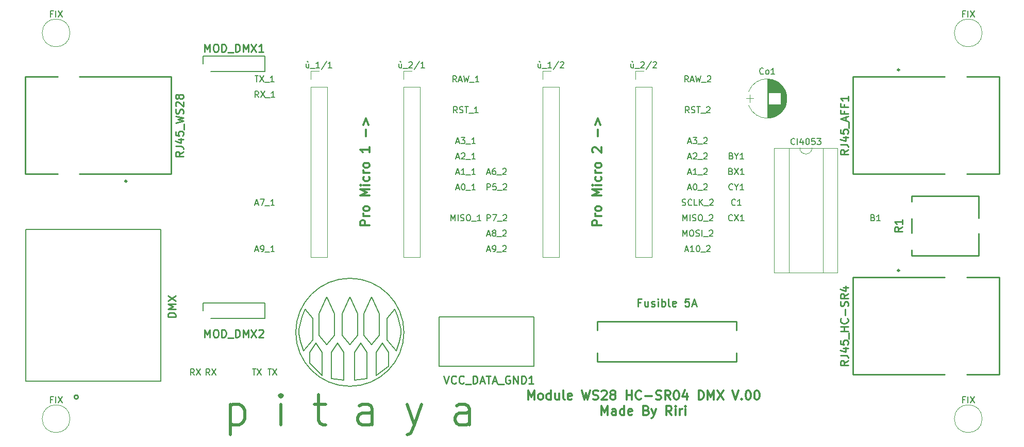
<source format=gbr>
G04 #@! TF.FileFunction,Legend,Top*
%FSLAX46Y46*%
G04 Gerber Fmt 4.6, Leading zero omitted, Abs format (unit mm)*
G04 Created by KiCad (PCBNEW 4.0.6) date 10/01/17 20:02:49*
%MOMM*%
%LPD*%
G01*
G04 APERTURE LIST*
%ADD10C,0.100000*%
%ADD11C,0.300000*%
%ADD12C,0.254000*%
%ADD13C,0.120000*%
%ADD14C,0.200000*%
%ADD15C,0.150000*%
%ADD16C,0.500000*%
G04 APERTURE END LIST*
D10*
D11*
X175938571Y-90101428D02*
X174438571Y-90101428D01*
X174438571Y-89530000D01*
X174510000Y-89387142D01*
X174581429Y-89315714D01*
X174724286Y-89244285D01*
X174938571Y-89244285D01*
X175081429Y-89315714D01*
X175152857Y-89387142D01*
X175224286Y-89530000D01*
X175224286Y-90101428D01*
X175938571Y-88601428D02*
X174938571Y-88601428D01*
X175224286Y-88601428D02*
X175081429Y-88530000D01*
X175010000Y-88458571D01*
X174938571Y-88315714D01*
X174938571Y-88172857D01*
X175938571Y-87458571D02*
X175867143Y-87601429D01*
X175795714Y-87672857D01*
X175652857Y-87744286D01*
X175224286Y-87744286D01*
X175081429Y-87672857D01*
X175010000Y-87601429D01*
X174938571Y-87458571D01*
X174938571Y-87244286D01*
X175010000Y-87101429D01*
X175081429Y-87030000D01*
X175224286Y-86958571D01*
X175652857Y-86958571D01*
X175795714Y-87030000D01*
X175867143Y-87101429D01*
X175938571Y-87244286D01*
X175938571Y-87458571D01*
X175938571Y-85172857D02*
X174438571Y-85172857D01*
X175510000Y-84672857D01*
X174438571Y-84172857D01*
X175938571Y-84172857D01*
X175938571Y-83458571D02*
X174938571Y-83458571D01*
X174438571Y-83458571D02*
X174510000Y-83530000D01*
X174581429Y-83458571D01*
X174510000Y-83387143D01*
X174438571Y-83458571D01*
X174581429Y-83458571D01*
X175867143Y-82101428D02*
X175938571Y-82244285D01*
X175938571Y-82529999D01*
X175867143Y-82672857D01*
X175795714Y-82744285D01*
X175652857Y-82815714D01*
X175224286Y-82815714D01*
X175081429Y-82744285D01*
X175010000Y-82672857D01*
X174938571Y-82529999D01*
X174938571Y-82244285D01*
X175010000Y-82101428D01*
X175938571Y-81458571D02*
X174938571Y-81458571D01*
X175224286Y-81458571D02*
X175081429Y-81387143D01*
X175010000Y-81315714D01*
X174938571Y-81172857D01*
X174938571Y-81030000D01*
X175938571Y-80315714D02*
X175867143Y-80458572D01*
X175795714Y-80530000D01*
X175652857Y-80601429D01*
X175224286Y-80601429D01*
X175081429Y-80530000D01*
X175010000Y-80458572D01*
X174938571Y-80315714D01*
X174938571Y-80101429D01*
X175010000Y-79958572D01*
X175081429Y-79887143D01*
X175224286Y-79815714D01*
X175652857Y-79815714D01*
X175795714Y-79887143D01*
X175867143Y-79958572D01*
X175938571Y-80101429D01*
X175938571Y-80315714D01*
X174581429Y-78101429D02*
X174510000Y-78030000D01*
X174438571Y-77887143D01*
X174438571Y-77530000D01*
X174510000Y-77387143D01*
X174581429Y-77315714D01*
X174724286Y-77244286D01*
X174867143Y-77244286D01*
X175081429Y-77315714D01*
X175938571Y-78172857D01*
X175938571Y-77244286D01*
X175367143Y-75458572D02*
X175367143Y-74315715D01*
X174938571Y-73601429D02*
X175367143Y-72458572D01*
X175795714Y-73601429D01*
X137838571Y-90101428D02*
X136338571Y-90101428D01*
X136338571Y-89530000D01*
X136410000Y-89387142D01*
X136481429Y-89315714D01*
X136624286Y-89244285D01*
X136838571Y-89244285D01*
X136981429Y-89315714D01*
X137052857Y-89387142D01*
X137124286Y-89530000D01*
X137124286Y-90101428D01*
X137838571Y-88601428D02*
X136838571Y-88601428D01*
X137124286Y-88601428D02*
X136981429Y-88530000D01*
X136910000Y-88458571D01*
X136838571Y-88315714D01*
X136838571Y-88172857D01*
X137838571Y-87458571D02*
X137767143Y-87601429D01*
X137695714Y-87672857D01*
X137552857Y-87744286D01*
X137124286Y-87744286D01*
X136981429Y-87672857D01*
X136910000Y-87601429D01*
X136838571Y-87458571D01*
X136838571Y-87244286D01*
X136910000Y-87101429D01*
X136981429Y-87030000D01*
X137124286Y-86958571D01*
X137552857Y-86958571D01*
X137695714Y-87030000D01*
X137767143Y-87101429D01*
X137838571Y-87244286D01*
X137838571Y-87458571D01*
X137838571Y-85172857D02*
X136338571Y-85172857D01*
X137410000Y-84672857D01*
X136338571Y-84172857D01*
X137838571Y-84172857D01*
X137838571Y-83458571D02*
X136838571Y-83458571D01*
X136338571Y-83458571D02*
X136410000Y-83530000D01*
X136481429Y-83458571D01*
X136410000Y-83387143D01*
X136338571Y-83458571D01*
X136481429Y-83458571D01*
X137767143Y-82101428D02*
X137838571Y-82244285D01*
X137838571Y-82529999D01*
X137767143Y-82672857D01*
X137695714Y-82744285D01*
X137552857Y-82815714D01*
X137124286Y-82815714D01*
X136981429Y-82744285D01*
X136910000Y-82672857D01*
X136838571Y-82529999D01*
X136838571Y-82244285D01*
X136910000Y-82101428D01*
X137838571Y-81458571D02*
X136838571Y-81458571D01*
X137124286Y-81458571D02*
X136981429Y-81387143D01*
X136910000Y-81315714D01*
X136838571Y-81172857D01*
X136838571Y-81030000D01*
X137838571Y-80315714D02*
X137767143Y-80458572D01*
X137695714Y-80530000D01*
X137552857Y-80601429D01*
X137124286Y-80601429D01*
X136981429Y-80530000D01*
X136910000Y-80458572D01*
X136838571Y-80315714D01*
X136838571Y-80101429D01*
X136910000Y-79958572D01*
X136981429Y-79887143D01*
X137124286Y-79815714D01*
X137552857Y-79815714D01*
X137695714Y-79887143D01*
X137767143Y-79958572D01*
X137838571Y-80101429D01*
X137838571Y-80315714D01*
X137838571Y-77244286D02*
X137838571Y-78101429D01*
X137838571Y-77672857D02*
X136338571Y-77672857D01*
X136552857Y-77815714D01*
X136695714Y-77958572D01*
X136767143Y-78101429D01*
X137267143Y-75458572D02*
X137267143Y-74315715D01*
X136838571Y-73601429D02*
X137267143Y-72458572D01*
X137695714Y-73601429D01*
X163915716Y-118783571D02*
X163915716Y-117283571D01*
X164415716Y-118355000D01*
X164915716Y-117283571D01*
X164915716Y-118783571D01*
X165844288Y-118783571D02*
X165701430Y-118712143D01*
X165630002Y-118640714D01*
X165558573Y-118497857D01*
X165558573Y-118069286D01*
X165630002Y-117926429D01*
X165701430Y-117855000D01*
X165844288Y-117783571D01*
X166058573Y-117783571D01*
X166201430Y-117855000D01*
X166272859Y-117926429D01*
X166344288Y-118069286D01*
X166344288Y-118497857D01*
X166272859Y-118640714D01*
X166201430Y-118712143D01*
X166058573Y-118783571D01*
X165844288Y-118783571D01*
X167630002Y-118783571D02*
X167630002Y-117283571D01*
X167630002Y-118712143D02*
X167487145Y-118783571D01*
X167201431Y-118783571D01*
X167058573Y-118712143D01*
X166987145Y-118640714D01*
X166915716Y-118497857D01*
X166915716Y-118069286D01*
X166987145Y-117926429D01*
X167058573Y-117855000D01*
X167201431Y-117783571D01*
X167487145Y-117783571D01*
X167630002Y-117855000D01*
X168987145Y-117783571D02*
X168987145Y-118783571D01*
X168344288Y-117783571D02*
X168344288Y-118569286D01*
X168415716Y-118712143D01*
X168558574Y-118783571D01*
X168772859Y-118783571D01*
X168915716Y-118712143D01*
X168987145Y-118640714D01*
X169915717Y-118783571D02*
X169772859Y-118712143D01*
X169701431Y-118569286D01*
X169701431Y-117283571D01*
X171058573Y-118712143D02*
X170915716Y-118783571D01*
X170630002Y-118783571D01*
X170487145Y-118712143D01*
X170415716Y-118569286D01*
X170415716Y-117997857D01*
X170487145Y-117855000D01*
X170630002Y-117783571D01*
X170915716Y-117783571D01*
X171058573Y-117855000D01*
X171130002Y-117997857D01*
X171130002Y-118140714D01*
X170415716Y-118283571D01*
X172772859Y-117283571D02*
X173130002Y-118783571D01*
X173415716Y-117712143D01*
X173701430Y-118783571D01*
X174058573Y-117283571D01*
X174558573Y-118712143D02*
X174772859Y-118783571D01*
X175130002Y-118783571D01*
X175272859Y-118712143D01*
X175344288Y-118640714D01*
X175415716Y-118497857D01*
X175415716Y-118355000D01*
X175344288Y-118212143D01*
X175272859Y-118140714D01*
X175130002Y-118069286D01*
X174844288Y-117997857D01*
X174701430Y-117926429D01*
X174630002Y-117855000D01*
X174558573Y-117712143D01*
X174558573Y-117569286D01*
X174630002Y-117426429D01*
X174701430Y-117355000D01*
X174844288Y-117283571D01*
X175201430Y-117283571D01*
X175415716Y-117355000D01*
X175987144Y-117426429D02*
X176058573Y-117355000D01*
X176201430Y-117283571D01*
X176558573Y-117283571D01*
X176701430Y-117355000D01*
X176772859Y-117426429D01*
X176844287Y-117569286D01*
X176844287Y-117712143D01*
X176772859Y-117926429D01*
X175915716Y-118783571D01*
X176844287Y-118783571D01*
X177701430Y-117926429D02*
X177558572Y-117855000D01*
X177487144Y-117783571D01*
X177415715Y-117640714D01*
X177415715Y-117569286D01*
X177487144Y-117426429D01*
X177558572Y-117355000D01*
X177701430Y-117283571D01*
X177987144Y-117283571D01*
X178130001Y-117355000D01*
X178201430Y-117426429D01*
X178272858Y-117569286D01*
X178272858Y-117640714D01*
X178201430Y-117783571D01*
X178130001Y-117855000D01*
X177987144Y-117926429D01*
X177701430Y-117926429D01*
X177558572Y-117997857D01*
X177487144Y-118069286D01*
X177415715Y-118212143D01*
X177415715Y-118497857D01*
X177487144Y-118640714D01*
X177558572Y-118712143D01*
X177701430Y-118783571D01*
X177987144Y-118783571D01*
X178130001Y-118712143D01*
X178201430Y-118640714D01*
X178272858Y-118497857D01*
X178272858Y-118212143D01*
X178201430Y-118069286D01*
X178130001Y-117997857D01*
X177987144Y-117926429D01*
X180058572Y-118783571D02*
X180058572Y-117283571D01*
X180058572Y-117997857D02*
X180915715Y-117997857D01*
X180915715Y-118783571D02*
X180915715Y-117283571D01*
X182487144Y-118640714D02*
X182415715Y-118712143D01*
X182201429Y-118783571D01*
X182058572Y-118783571D01*
X181844287Y-118712143D01*
X181701429Y-118569286D01*
X181630001Y-118426429D01*
X181558572Y-118140714D01*
X181558572Y-117926429D01*
X181630001Y-117640714D01*
X181701429Y-117497857D01*
X181844287Y-117355000D01*
X182058572Y-117283571D01*
X182201429Y-117283571D01*
X182415715Y-117355000D01*
X182487144Y-117426429D01*
X183130001Y-118212143D02*
X184272858Y-118212143D01*
X184915715Y-118712143D02*
X185130001Y-118783571D01*
X185487144Y-118783571D01*
X185630001Y-118712143D01*
X185701430Y-118640714D01*
X185772858Y-118497857D01*
X185772858Y-118355000D01*
X185701430Y-118212143D01*
X185630001Y-118140714D01*
X185487144Y-118069286D01*
X185201430Y-117997857D01*
X185058572Y-117926429D01*
X184987144Y-117855000D01*
X184915715Y-117712143D01*
X184915715Y-117569286D01*
X184987144Y-117426429D01*
X185058572Y-117355000D01*
X185201430Y-117283571D01*
X185558572Y-117283571D01*
X185772858Y-117355000D01*
X187272858Y-118783571D02*
X186772858Y-118069286D01*
X186415715Y-118783571D02*
X186415715Y-117283571D01*
X186987143Y-117283571D01*
X187130001Y-117355000D01*
X187201429Y-117426429D01*
X187272858Y-117569286D01*
X187272858Y-117783571D01*
X187201429Y-117926429D01*
X187130001Y-117997857D01*
X186987143Y-118069286D01*
X186415715Y-118069286D01*
X188201429Y-117283571D02*
X188344286Y-117283571D01*
X188487143Y-117355000D01*
X188558572Y-117426429D01*
X188630001Y-117569286D01*
X188701429Y-117855000D01*
X188701429Y-118212143D01*
X188630001Y-118497857D01*
X188558572Y-118640714D01*
X188487143Y-118712143D01*
X188344286Y-118783571D01*
X188201429Y-118783571D01*
X188058572Y-118712143D01*
X187987143Y-118640714D01*
X187915715Y-118497857D01*
X187844286Y-118212143D01*
X187844286Y-117855000D01*
X187915715Y-117569286D01*
X187987143Y-117426429D01*
X188058572Y-117355000D01*
X188201429Y-117283571D01*
X189987143Y-117783571D02*
X189987143Y-118783571D01*
X189630000Y-117212143D02*
X189272857Y-118283571D01*
X190201429Y-118283571D01*
X191915714Y-118783571D02*
X191915714Y-117283571D01*
X192272857Y-117283571D01*
X192487142Y-117355000D01*
X192630000Y-117497857D01*
X192701428Y-117640714D01*
X192772857Y-117926429D01*
X192772857Y-118140714D01*
X192701428Y-118426429D01*
X192630000Y-118569286D01*
X192487142Y-118712143D01*
X192272857Y-118783571D01*
X191915714Y-118783571D01*
X193415714Y-118783571D02*
X193415714Y-117283571D01*
X193915714Y-118355000D01*
X194415714Y-117283571D01*
X194415714Y-118783571D01*
X194987143Y-117283571D02*
X195987143Y-118783571D01*
X195987143Y-117283571D02*
X194987143Y-118783571D01*
X197487142Y-117283571D02*
X197987142Y-118783571D01*
X198487142Y-117283571D01*
X198987142Y-118640714D02*
X199058570Y-118712143D01*
X198987142Y-118783571D01*
X198915713Y-118712143D01*
X198987142Y-118640714D01*
X198987142Y-118783571D01*
X199987142Y-117283571D02*
X200129999Y-117283571D01*
X200272856Y-117355000D01*
X200344285Y-117426429D01*
X200415714Y-117569286D01*
X200487142Y-117855000D01*
X200487142Y-118212143D01*
X200415714Y-118497857D01*
X200344285Y-118640714D01*
X200272856Y-118712143D01*
X200129999Y-118783571D01*
X199987142Y-118783571D01*
X199844285Y-118712143D01*
X199772856Y-118640714D01*
X199701428Y-118497857D01*
X199629999Y-118212143D01*
X199629999Y-117855000D01*
X199701428Y-117569286D01*
X199772856Y-117426429D01*
X199844285Y-117355000D01*
X199987142Y-117283571D01*
X201415713Y-117283571D02*
X201558570Y-117283571D01*
X201701427Y-117355000D01*
X201772856Y-117426429D01*
X201844285Y-117569286D01*
X201915713Y-117855000D01*
X201915713Y-118212143D01*
X201844285Y-118497857D01*
X201772856Y-118640714D01*
X201701427Y-118712143D01*
X201558570Y-118783571D01*
X201415713Y-118783571D01*
X201272856Y-118712143D01*
X201201427Y-118640714D01*
X201129999Y-118497857D01*
X201058570Y-118212143D01*
X201058570Y-117855000D01*
X201129999Y-117569286D01*
X201201427Y-117426429D01*
X201272856Y-117355000D01*
X201415713Y-117283571D01*
X175987143Y-121333571D02*
X175987143Y-119833571D01*
X176487143Y-120905000D01*
X176987143Y-119833571D01*
X176987143Y-121333571D01*
X178344286Y-121333571D02*
X178344286Y-120547857D01*
X178272857Y-120405000D01*
X178130000Y-120333571D01*
X177844286Y-120333571D01*
X177701429Y-120405000D01*
X178344286Y-121262143D02*
X178201429Y-121333571D01*
X177844286Y-121333571D01*
X177701429Y-121262143D01*
X177630000Y-121119286D01*
X177630000Y-120976429D01*
X177701429Y-120833571D01*
X177844286Y-120762143D01*
X178201429Y-120762143D01*
X178344286Y-120690714D01*
X179701429Y-121333571D02*
X179701429Y-119833571D01*
X179701429Y-121262143D02*
X179558572Y-121333571D01*
X179272858Y-121333571D01*
X179130000Y-121262143D01*
X179058572Y-121190714D01*
X178987143Y-121047857D01*
X178987143Y-120619286D01*
X179058572Y-120476429D01*
X179130000Y-120405000D01*
X179272858Y-120333571D01*
X179558572Y-120333571D01*
X179701429Y-120405000D01*
X180987143Y-121262143D02*
X180844286Y-121333571D01*
X180558572Y-121333571D01*
X180415715Y-121262143D01*
X180344286Y-121119286D01*
X180344286Y-120547857D01*
X180415715Y-120405000D01*
X180558572Y-120333571D01*
X180844286Y-120333571D01*
X180987143Y-120405000D01*
X181058572Y-120547857D01*
X181058572Y-120690714D01*
X180344286Y-120833571D01*
X183344286Y-120547857D02*
X183558572Y-120619286D01*
X183630000Y-120690714D01*
X183701429Y-120833571D01*
X183701429Y-121047857D01*
X183630000Y-121190714D01*
X183558572Y-121262143D01*
X183415714Y-121333571D01*
X182844286Y-121333571D01*
X182844286Y-119833571D01*
X183344286Y-119833571D01*
X183487143Y-119905000D01*
X183558572Y-119976429D01*
X183630000Y-120119286D01*
X183630000Y-120262143D01*
X183558572Y-120405000D01*
X183487143Y-120476429D01*
X183344286Y-120547857D01*
X182844286Y-120547857D01*
X184201429Y-120333571D02*
X184558572Y-121333571D01*
X184915714Y-120333571D02*
X184558572Y-121333571D01*
X184415714Y-121690714D01*
X184344286Y-121762143D01*
X184201429Y-121833571D01*
X187487143Y-121333571D02*
X186987143Y-120619286D01*
X186630000Y-121333571D02*
X186630000Y-119833571D01*
X187201428Y-119833571D01*
X187344286Y-119905000D01*
X187415714Y-119976429D01*
X187487143Y-120119286D01*
X187487143Y-120333571D01*
X187415714Y-120476429D01*
X187344286Y-120547857D01*
X187201428Y-120619286D01*
X186630000Y-120619286D01*
X188130000Y-121333571D02*
X188130000Y-120333571D01*
X188130000Y-119833571D02*
X188058571Y-119905000D01*
X188130000Y-119976429D01*
X188201428Y-119905000D01*
X188130000Y-119833571D01*
X188130000Y-119976429D01*
X188844286Y-121333571D02*
X188844286Y-120333571D01*
X188844286Y-120619286D02*
X188915714Y-120476429D01*
X188987143Y-120405000D01*
X189130000Y-120333571D01*
X189272857Y-120333571D01*
X189772857Y-121333571D02*
X189772857Y-120333571D01*
X189772857Y-119833571D02*
X189701428Y-119905000D01*
X189772857Y-119976429D01*
X189844285Y-119905000D01*
X189772857Y-119833571D01*
X189772857Y-119976429D01*
D12*
X175240000Y-105920000D02*
X198140000Y-105920000D01*
X175240000Y-112520000D02*
X198140000Y-112520000D01*
X175240000Y-105920000D02*
X175240000Y-107368000D01*
X175240000Y-112520000D02*
X175240000Y-111057000D01*
X198140000Y-112520000D02*
X198140000Y-111057000D01*
X198140000Y-105920000D02*
X198140000Y-107368000D01*
D13*
X88646000Y-58420000D02*
G75*
G03X88646000Y-58420000I-2286000J0D01*
G01*
X88646000Y-121920000D02*
G75*
G03X88646000Y-121920000I-2286000J0D01*
G01*
X238506000Y-121920000D02*
G75*
G03X238506000Y-121920000I-2286000J0D01*
G01*
D12*
X105280000Y-65660000D02*
X105280000Y-81660000D01*
X105280000Y-81660000D02*
X90211000Y-81660000D01*
X105280000Y-65660000D02*
X90211000Y-65660000D01*
X81280000Y-65660000D02*
X81280000Y-81660000D01*
X81280000Y-81660000D02*
X86616000Y-81660000D01*
X81280000Y-65660000D02*
X86616000Y-65660000D01*
X97998270Y-82827000D02*
G75*
G03X97998270Y-82827000I-178270J0D01*
G01*
D13*
X208550000Y-77350000D02*
X206780000Y-77350000D01*
X206780000Y-77350000D02*
X206780000Y-97910000D01*
X206780000Y-97910000D02*
X212320000Y-97910000D01*
X212320000Y-97910000D02*
X212320000Y-77350000D01*
X212320000Y-77350000D02*
X210550000Y-77350000D01*
X204350000Y-77350000D02*
X204350000Y-97910000D01*
X204350000Y-97910000D02*
X214750000Y-97910000D01*
X214750000Y-97910000D02*
X214750000Y-77350000D01*
X214750000Y-77350000D02*
X204350000Y-77350000D01*
X210550000Y-77350000D02*
G75*
G02X208550000Y-77350000I-1000000J0D01*
G01*
D14*
X111760000Y-64770000D02*
X120650000Y-64770000D01*
X120650000Y-64770000D02*
X120650000Y-62230000D01*
X120650000Y-62230000D02*
X110490000Y-62230000D01*
X110490000Y-62230000D02*
X110490000Y-63500000D01*
X111760000Y-105410000D02*
X120650000Y-105410000D01*
X120650000Y-105410000D02*
X120650000Y-102870000D01*
X120650000Y-102870000D02*
X110490000Y-102870000D01*
X110490000Y-102870000D02*
X110490000Y-104140000D01*
D12*
X217300000Y-81660000D02*
X217300000Y-65660000D01*
X217300000Y-65660000D02*
X232369000Y-65660000D01*
X217300000Y-81660000D02*
X232369000Y-81660000D01*
X241300000Y-81660000D02*
X241300000Y-65660000D01*
X241300000Y-65660000D02*
X235964000Y-65660000D01*
X241300000Y-81660000D02*
X235964000Y-81660000D01*
X224938270Y-64493000D02*
G75*
G03X224938270Y-64493000I-178270J0D01*
G01*
D13*
X128210000Y-95310000D02*
X130870000Y-95310000D01*
X128210000Y-67310000D02*
X128210000Y-95310000D01*
X130870000Y-67310000D02*
X130870000Y-95310000D01*
X128210000Y-67310000D02*
X130870000Y-67310000D01*
X128210000Y-66040000D02*
X128210000Y-64710000D01*
X128210000Y-64710000D02*
X129540000Y-64710000D01*
X166310000Y-95310000D02*
X168970000Y-95310000D01*
X166310000Y-67310000D02*
X166310000Y-95310000D01*
X168970000Y-67310000D02*
X168970000Y-95310000D01*
X166310000Y-67310000D02*
X168970000Y-67310000D01*
X166310000Y-66040000D02*
X166310000Y-64710000D01*
X166310000Y-64710000D02*
X167640000Y-64710000D01*
X143450000Y-95310000D02*
X146110000Y-95310000D01*
X143450000Y-67310000D02*
X143450000Y-95310000D01*
X146110000Y-67310000D02*
X146110000Y-95310000D01*
X143450000Y-67310000D02*
X146110000Y-67310000D01*
X143450000Y-66040000D02*
X143450000Y-64710000D01*
X143450000Y-64710000D02*
X144780000Y-64710000D01*
X181550000Y-95310000D02*
X184210000Y-95310000D01*
X181550000Y-67310000D02*
X181550000Y-95310000D01*
X184210000Y-67310000D02*
X184210000Y-95310000D01*
X181550000Y-67310000D02*
X184210000Y-67310000D01*
X181550000Y-66040000D02*
X181550000Y-64710000D01*
X181550000Y-64710000D02*
X182880000Y-64710000D01*
D12*
X226910000Y-85270000D02*
X237910000Y-85270000D01*
X237910000Y-95070000D02*
X226910000Y-95070000D01*
X237910000Y-85270000D02*
X237910000Y-88870000D01*
X237910000Y-95070000D02*
X237910000Y-91470000D01*
X226910000Y-85270000D02*
X226910000Y-86170000D01*
X226910000Y-95070000D02*
X226910000Y-94170000D01*
X226910000Y-89020000D02*
X226910000Y-91320000D01*
D13*
X206197820Y-68035864D02*
G75*
G03X200162518Y-68035000I-3017820J-1179136D01*
G01*
X206197820Y-70394136D02*
G75*
G02X200162518Y-70395000I-3017820J1179136D01*
G01*
X206197820Y-70394136D02*
G75*
G03X206197482Y-68035000I-3017820J1179136D01*
G01*
X203180000Y-66015000D02*
X203180000Y-72415000D01*
X203220000Y-66015000D02*
X203220000Y-72415000D01*
X203260000Y-66015000D02*
X203260000Y-72415000D01*
X203300000Y-66017000D02*
X203300000Y-72413000D01*
X203340000Y-66018000D02*
X203340000Y-72412000D01*
X203380000Y-66021000D02*
X203380000Y-72409000D01*
X203420000Y-66023000D02*
X203420000Y-72407000D01*
X203460000Y-66027000D02*
X203460000Y-68235000D01*
X203460000Y-70195000D02*
X203460000Y-72403000D01*
X203500000Y-66030000D02*
X203500000Y-68235000D01*
X203500000Y-70195000D02*
X203500000Y-72400000D01*
X203540000Y-66035000D02*
X203540000Y-68235000D01*
X203540000Y-70195000D02*
X203540000Y-72395000D01*
X203580000Y-66039000D02*
X203580000Y-68235000D01*
X203580000Y-70195000D02*
X203580000Y-72391000D01*
X203620000Y-66045000D02*
X203620000Y-68235000D01*
X203620000Y-70195000D02*
X203620000Y-72385000D01*
X203660000Y-66050000D02*
X203660000Y-68235000D01*
X203660000Y-70195000D02*
X203660000Y-72380000D01*
X203700000Y-66057000D02*
X203700000Y-68235000D01*
X203700000Y-70195000D02*
X203700000Y-72373000D01*
X203740000Y-66063000D02*
X203740000Y-68235000D01*
X203740000Y-70195000D02*
X203740000Y-72367000D01*
X203780000Y-66071000D02*
X203780000Y-68235000D01*
X203780000Y-70195000D02*
X203780000Y-72359000D01*
X203820000Y-66078000D02*
X203820000Y-68235000D01*
X203820000Y-70195000D02*
X203820000Y-72352000D01*
X203860000Y-66087000D02*
X203860000Y-68235000D01*
X203860000Y-70195000D02*
X203860000Y-72343000D01*
X203901000Y-66096000D02*
X203901000Y-68235000D01*
X203901000Y-70195000D02*
X203901000Y-72334000D01*
X203941000Y-66105000D02*
X203941000Y-68235000D01*
X203941000Y-70195000D02*
X203941000Y-72325000D01*
X203981000Y-66115000D02*
X203981000Y-68235000D01*
X203981000Y-70195000D02*
X203981000Y-72315000D01*
X204021000Y-66125000D02*
X204021000Y-68235000D01*
X204021000Y-70195000D02*
X204021000Y-72305000D01*
X204061000Y-66136000D02*
X204061000Y-68235000D01*
X204061000Y-70195000D02*
X204061000Y-72294000D01*
X204101000Y-66148000D02*
X204101000Y-68235000D01*
X204101000Y-70195000D02*
X204101000Y-72282000D01*
X204141000Y-66160000D02*
X204141000Y-68235000D01*
X204141000Y-70195000D02*
X204141000Y-72270000D01*
X204181000Y-66173000D02*
X204181000Y-68235000D01*
X204181000Y-70195000D02*
X204181000Y-72257000D01*
X204221000Y-66186000D02*
X204221000Y-68235000D01*
X204221000Y-70195000D02*
X204221000Y-72244000D01*
X204261000Y-66200000D02*
X204261000Y-68235000D01*
X204261000Y-70195000D02*
X204261000Y-72230000D01*
X204301000Y-66214000D02*
X204301000Y-68235000D01*
X204301000Y-70195000D02*
X204301000Y-72216000D01*
X204341000Y-66229000D02*
X204341000Y-68235000D01*
X204341000Y-70195000D02*
X204341000Y-72201000D01*
X204381000Y-66245000D02*
X204381000Y-68235000D01*
X204381000Y-70195000D02*
X204381000Y-72185000D01*
X204421000Y-66261000D02*
X204421000Y-68235000D01*
X204421000Y-70195000D02*
X204421000Y-72169000D01*
X204461000Y-66278000D02*
X204461000Y-68235000D01*
X204461000Y-70195000D02*
X204461000Y-72152000D01*
X204501000Y-66296000D02*
X204501000Y-68235000D01*
X204501000Y-70195000D02*
X204501000Y-72134000D01*
X204541000Y-66314000D02*
X204541000Y-68235000D01*
X204541000Y-70195000D02*
X204541000Y-72116000D01*
X204581000Y-66333000D02*
X204581000Y-68235000D01*
X204581000Y-70195000D02*
X204581000Y-72097000D01*
X204621000Y-66352000D02*
X204621000Y-68235000D01*
X204621000Y-70195000D02*
X204621000Y-72078000D01*
X204661000Y-66372000D02*
X204661000Y-68235000D01*
X204661000Y-70195000D02*
X204661000Y-72058000D01*
X204701000Y-66393000D02*
X204701000Y-68235000D01*
X204701000Y-70195000D02*
X204701000Y-72037000D01*
X204741000Y-66415000D02*
X204741000Y-68235000D01*
X204741000Y-70195000D02*
X204741000Y-72015000D01*
X204781000Y-66437000D02*
X204781000Y-68235000D01*
X204781000Y-70195000D02*
X204781000Y-71993000D01*
X204821000Y-66460000D02*
X204821000Y-68235000D01*
X204821000Y-70195000D02*
X204821000Y-71970000D01*
X204861000Y-66484000D02*
X204861000Y-68235000D01*
X204861000Y-70195000D02*
X204861000Y-71946000D01*
X204901000Y-66509000D02*
X204901000Y-68235000D01*
X204901000Y-70195000D02*
X204901000Y-71921000D01*
X204941000Y-66534000D02*
X204941000Y-68235000D01*
X204941000Y-70195000D02*
X204941000Y-71896000D01*
X204981000Y-66561000D02*
X204981000Y-68235000D01*
X204981000Y-70195000D02*
X204981000Y-71869000D01*
X205021000Y-66588000D02*
X205021000Y-68235000D01*
X205021000Y-70195000D02*
X205021000Y-71842000D01*
X205061000Y-66616000D02*
X205061000Y-68235000D01*
X205061000Y-70195000D02*
X205061000Y-71814000D01*
X205101000Y-66645000D02*
X205101000Y-68235000D01*
X205101000Y-70195000D02*
X205101000Y-71785000D01*
X205141000Y-66675000D02*
X205141000Y-68235000D01*
X205141000Y-70195000D02*
X205141000Y-71755000D01*
X205181000Y-66705000D02*
X205181000Y-68235000D01*
X205181000Y-70195000D02*
X205181000Y-71725000D01*
X205221000Y-66737000D02*
X205221000Y-68235000D01*
X205221000Y-70195000D02*
X205221000Y-71693000D01*
X205261000Y-66770000D02*
X205261000Y-68235000D01*
X205261000Y-70195000D02*
X205261000Y-71660000D01*
X205301000Y-66804000D02*
X205301000Y-68235000D01*
X205301000Y-70195000D02*
X205301000Y-71626000D01*
X205341000Y-66840000D02*
X205341000Y-68235000D01*
X205341000Y-70195000D02*
X205341000Y-71590000D01*
X205381000Y-66876000D02*
X205381000Y-68235000D01*
X205381000Y-70195000D02*
X205381000Y-71554000D01*
X205421000Y-66914000D02*
X205421000Y-71516000D01*
X205461000Y-66953000D02*
X205461000Y-71477000D01*
X205501000Y-66993000D02*
X205501000Y-71437000D01*
X205541000Y-67035000D02*
X205541000Y-71395000D01*
X205581000Y-67078000D02*
X205581000Y-71352000D01*
X205621000Y-67123000D02*
X205621000Y-71307000D01*
X205661000Y-67170000D02*
X205661000Y-71260000D01*
X205701000Y-67218000D02*
X205701000Y-71212000D01*
X205741000Y-67269000D02*
X205741000Y-71161000D01*
X205781000Y-67321000D02*
X205781000Y-71109000D01*
X205821000Y-67376000D02*
X205821000Y-71054000D01*
X205861000Y-67434000D02*
X205861000Y-70996000D01*
X205901000Y-67494000D02*
X205901000Y-70936000D01*
X205941000Y-67557000D02*
X205941000Y-70873000D01*
X205981000Y-67624000D02*
X205981000Y-70806000D01*
X206021000Y-67695000D02*
X206021000Y-70735000D01*
X206061000Y-67770000D02*
X206061000Y-70660000D01*
X206101000Y-67851000D02*
X206101000Y-70579000D01*
X206141000Y-67937000D02*
X206141000Y-70493000D01*
X206181000Y-68031000D02*
X206181000Y-70399000D01*
X206221000Y-68134000D02*
X206221000Y-70296000D01*
X206261000Y-68249000D02*
X206261000Y-70181000D01*
X206301000Y-68381000D02*
X206301000Y-70049000D01*
X206341000Y-68539000D02*
X206341000Y-69891000D01*
X206381000Y-68747000D02*
X206381000Y-69683000D01*
X199730000Y-69215000D02*
X200930000Y-69215000D01*
X200330000Y-68565000D02*
X200330000Y-69865000D01*
D12*
X217300000Y-114680000D02*
X217300000Y-98680000D01*
X217300000Y-98680000D02*
X232369000Y-98680000D01*
X217300000Y-114680000D02*
X232369000Y-114680000D01*
X241300000Y-114680000D02*
X241300000Y-98680000D01*
X241300000Y-98680000D02*
X235964000Y-98680000D01*
X241300000Y-114680000D02*
X235964000Y-114680000D01*
X224938270Y-97513000D02*
G75*
G03X224938270Y-97513000I-178270J0D01*
G01*
D14*
X81384000Y-115750000D02*
X81384000Y-90750000D01*
X81384000Y-90750000D02*
X103584000Y-90750000D01*
X103584000Y-90750000D02*
X103584000Y-115750000D01*
X103584000Y-115750000D02*
X81384000Y-115750000D01*
D12*
X89997930Y-118353000D02*
G75*
G03X89997930Y-118353000I-333930J0D01*
G01*
D13*
X238506000Y-58420000D02*
G75*
G03X238506000Y-58420000I-2286000J0D01*
G01*
D15*
X136906000Y-104648000D02*
X138176000Y-101854000D01*
X138176000Y-101854000D02*
X139446000Y-104648000D01*
X133350000Y-104648000D02*
X134620000Y-101854000D01*
X134620000Y-101854000D02*
X135890000Y-104648000D01*
X129540000Y-104648000D02*
X130810000Y-101854000D01*
X130810000Y-101854000D02*
X132080000Y-104648000D01*
X128524000Y-105410000D02*
X127254000Y-103886000D01*
X128524000Y-108966000D02*
X128524000Y-105410000D01*
X128524000Y-108966000D02*
X128524000Y-105410000D01*
X128524000Y-105410000D02*
X127254000Y-103886000D01*
X127000000Y-110744000D02*
X128524000Y-108966000D01*
X126492000Y-109220000D02*
X127000000Y-110744000D01*
X126238000Y-107950000D02*
X126492000Y-109220000D01*
X126238000Y-107188000D02*
X126238000Y-107950000D01*
X126746000Y-105156000D02*
X126238000Y-107188000D01*
X127254000Y-103886000D02*
X126746000Y-105156000D01*
X141986000Y-103886000D02*
X142494000Y-105156000D01*
X142494000Y-105156000D02*
X143002000Y-107188000D01*
X143002000Y-107188000D02*
X143002000Y-107950000D01*
X143002000Y-107950000D02*
X142748000Y-109220000D01*
X142748000Y-109220000D02*
X142240000Y-110744000D01*
X142240000Y-110744000D02*
X140716000Y-108966000D01*
X140716000Y-105410000D02*
X141986000Y-103886000D01*
X140716000Y-108966000D02*
X140716000Y-105410000D01*
X140716000Y-108966000D02*
X140716000Y-105410000D01*
X140716000Y-105410000D02*
X141986000Y-103886000D01*
X128016000Y-110998000D02*
X128016000Y-112776000D01*
X128016000Y-112776000D02*
X130048000Y-114808000D01*
X130048000Y-114808000D02*
X130048000Y-110998000D01*
X138938000Y-110998000D02*
X138938000Y-114808000D01*
X138938000Y-114808000D02*
X140970000Y-113284000D01*
X140970000Y-113284000D02*
X140970000Y-110998000D01*
X129032000Y-109474000D02*
X128016000Y-110998000D01*
X130048000Y-110998000D02*
X129032000Y-109474000D01*
X139954000Y-109474000D02*
X140970000Y-110998000D01*
X138938000Y-110998000D02*
X139954000Y-109474000D01*
X143506371Y-107696000D02*
G75*
G03X143506371Y-107696000I-8886371J0D01*
G01*
X132080000Y-108204000D02*
X130810000Y-109728000D01*
X132080000Y-104648000D02*
X132080000Y-108204000D01*
X129540000Y-108204000D02*
X129540000Y-104648000D01*
X130810000Y-109728000D02*
X129540000Y-108204000D01*
X130810000Y-109728000D02*
X129540000Y-108204000D01*
X129540000Y-108204000D02*
X129540000Y-104648000D01*
X132080000Y-104648000D02*
X132080000Y-108204000D01*
X132080000Y-108204000D02*
X130810000Y-109728000D01*
X139446000Y-108204000D02*
X138176000Y-109728000D01*
X139446000Y-104648000D02*
X139446000Y-108204000D01*
X136906000Y-108204000D02*
X136906000Y-104648000D01*
X138176000Y-109728000D02*
X136906000Y-108204000D01*
X138176000Y-109728000D02*
X136906000Y-108204000D01*
X136906000Y-108204000D02*
X136906000Y-104648000D01*
X139446000Y-104648000D02*
X139446000Y-108204000D01*
X139446000Y-108204000D02*
X138176000Y-109728000D01*
X135890000Y-108204000D02*
X134620000Y-109728000D01*
X135890000Y-104648000D02*
X135890000Y-108204000D01*
X133350000Y-108204000D02*
X133350000Y-104648000D01*
X134620000Y-109728000D02*
X133350000Y-108204000D01*
X135382000Y-115570000D02*
X135382000Y-110998000D01*
X135382000Y-110998000D02*
X136398000Y-109474000D01*
X136398000Y-109474000D02*
X137414000Y-110998000D01*
X137414000Y-110998000D02*
X137414000Y-115316000D01*
X137414000Y-115316000D02*
X135382000Y-115570000D01*
X134620000Y-109728000D02*
X133350000Y-108204000D01*
X133350000Y-108204000D02*
X133350000Y-104648000D01*
X135890000Y-104648000D02*
X135890000Y-108204000D01*
X135890000Y-108204000D02*
X134620000Y-109728000D01*
X133604000Y-115570000D02*
X133604000Y-110998000D01*
X133604000Y-110998000D02*
X132588000Y-109474000D01*
X132588000Y-109474000D02*
X131572000Y-110998000D01*
X131572000Y-110998000D02*
X131572000Y-115316000D01*
X131572000Y-115316000D02*
X133604000Y-115570000D01*
D14*
X149300000Y-105120000D02*
X164900000Y-105120000D01*
X164900000Y-105120000D02*
X164900000Y-113320000D01*
X164900000Y-113320000D02*
X149300000Y-113320000D01*
X149300000Y-113320000D02*
X149300000Y-105120000D01*
D12*
X182396191Y-102779286D02*
X181972858Y-102779286D01*
X181972858Y-103444524D02*
X181972858Y-102174524D01*
X182577620Y-102174524D01*
X183605715Y-102597857D02*
X183605715Y-103444524D01*
X183061429Y-102597857D02*
X183061429Y-103263095D01*
X183121905Y-103384048D01*
X183242858Y-103444524D01*
X183424286Y-103444524D01*
X183545238Y-103384048D01*
X183605715Y-103323571D01*
X184150001Y-103384048D02*
X184270953Y-103444524D01*
X184512858Y-103444524D01*
X184633810Y-103384048D01*
X184694286Y-103263095D01*
X184694286Y-103202619D01*
X184633810Y-103081667D01*
X184512858Y-103021190D01*
X184331429Y-103021190D01*
X184210477Y-102960714D01*
X184150001Y-102839762D01*
X184150001Y-102779286D01*
X184210477Y-102658333D01*
X184331429Y-102597857D01*
X184512858Y-102597857D01*
X184633810Y-102658333D01*
X185238572Y-103444524D02*
X185238572Y-102597857D01*
X185238572Y-102174524D02*
X185178096Y-102235000D01*
X185238572Y-102295476D01*
X185299048Y-102235000D01*
X185238572Y-102174524D01*
X185238572Y-102295476D01*
X185843334Y-103444524D02*
X185843334Y-102174524D01*
X185843334Y-102658333D02*
X185964286Y-102597857D01*
X186206191Y-102597857D01*
X186327143Y-102658333D01*
X186387620Y-102718810D01*
X186448096Y-102839762D01*
X186448096Y-103202619D01*
X186387620Y-103323571D01*
X186327143Y-103384048D01*
X186206191Y-103444524D01*
X185964286Y-103444524D01*
X185843334Y-103384048D01*
X187173811Y-103444524D02*
X187052858Y-103384048D01*
X186992382Y-103263095D01*
X186992382Y-102174524D01*
X188141429Y-103384048D02*
X188020477Y-103444524D01*
X187778572Y-103444524D01*
X187657620Y-103384048D01*
X187597144Y-103263095D01*
X187597144Y-102779286D01*
X187657620Y-102658333D01*
X187778572Y-102597857D01*
X188020477Y-102597857D01*
X188141429Y-102658333D01*
X188201906Y-102779286D01*
X188201906Y-102900238D01*
X187597144Y-103021190D01*
X190318572Y-102174524D02*
X189713810Y-102174524D01*
X189653334Y-102779286D01*
X189713810Y-102718810D01*
X189834762Y-102658333D01*
X190137143Y-102658333D01*
X190258096Y-102718810D01*
X190318572Y-102779286D01*
X190379048Y-102900238D01*
X190379048Y-103202619D01*
X190318572Y-103323571D01*
X190258096Y-103384048D01*
X190137143Y-103444524D01*
X189834762Y-103444524D01*
X189713810Y-103384048D01*
X189653334Y-103323571D01*
X190862858Y-103081667D02*
X191467620Y-103081667D01*
X190741905Y-103444524D02*
X191165239Y-102174524D01*
X191588572Y-103444524D01*
D15*
X85788572Y-55300571D02*
X85455238Y-55300571D01*
X85455238Y-55824381D02*
X85455238Y-54824381D01*
X85931429Y-54824381D01*
X86312381Y-55824381D02*
X86312381Y-54824381D01*
X86693333Y-54824381D02*
X87360000Y-55824381D01*
X87360000Y-54824381D02*
X86693333Y-55824381D01*
X85788572Y-118800571D02*
X85455238Y-118800571D01*
X85455238Y-119324381D02*
X85455238Y-118324381D01*
X85931429Y-118324381D01*
X86312381Y-119324381D02*
X86312381Y-118324381D01*
X86693333Y-118324381D02*
X87360000Y-119324381D01*
X87360000Y-118324381D02*
X86693333Y-119324381D01*
X235648572Y-118800571D02*
X235315238Y-118800571D01*
X235315238Y-119324381D02*
X235315238Y-118324381D01*
X235791429Y-118324381D01*
X236172381Y-119324381D02*
X236172381Y-118324381D01*
X236553333Y-118324381D02*
X237220000Y-119324381D01*
X237220000Y-118324381D02*
X236553333Y-119324381D01*
D12*
X107254524Y-77984048D02*
X106649762Y-78407381D01*
X107254524Y-78709762D02*
X105984524Y-78709762D01*
X105984524Y-78225953D01*
X106045000Y-78105000D01*
X106105476Y-78044524D01*
X106226429Y-77984048D01*
X106407857Y-77984048D01*
X106528810Y-78044524D01*
X106589286Y-78105000D01*
X106649762Y-78225953D01*
X106649762Y-78709762D01*
X105984524Y-77076905D02*
X106891667Y-77076905D01*
X107073095Y-77137381D01*
X107194048Y-77258333D01*
X107254524Y-77439762D01*
X107254524Y-77560714D01*
X106407857Y-75927857D02*
X107254524Y-75927857D01*
X105924048Y-76230238D02*
X106831190Y-76532619D01*
X106831190Y-75746429D01*
X105984524Y-74657857D02*
X105984524Y-75262619D01*
X106589286Y-75323095D01*
X106528810Y-75262619D01*
X106468333Y-75141667D01*
X106468333Y-74839286D01*
X106528810Y-74718333D01*
X106589286Y-74657857D01*
X106710238Y-74597381D01*
X107012619Y-74597381D01*
X107133571Y-74657857D01*
X107194048Y-74718333D01*
X107254524Y-74839286D01*
X107254524Y-75141667D01*
X107194048Y-75262619D01*
X107133571Y-75323095D01*
X107375476Y-74355476D02*
X107375476Y-73387857D01*
X105984524Y-73206428D02*
X107254524Y-72904047D01*
X106347381Y-72662143D01*
X107254524Y-72420238D01*
X105984524Y-72117857D01*
X107194048Y-71694523D02*
X107254524Y-71513095D01*
X107254524Y-71210714D01*
X107194048Y-71089761D01*
X107133571Y-71029285D01*
X107012619Y-70968809D01*
X106891667Y-70968809D01*
X106770714Y-71029285D01*
X106710238Y-71089761D01*
X106649762Y-71210714D01*
X106589286Y-71452618D01*
X106528810Y-71573571D01*
X106468333Y-71634047D01*
X106347381Y-71694523D01*
X106226429Y-71694523D01*
X106105476Y-71634047D01*
X106045000Y-71573571D01*
X105984524Y-71452618D01*
X105984524Y-71150238D01*
X106045000Y-70968809D01*
X106105476Y-70484999D02*
X106045000Y-70424523D01*
X105984524Y-70303571D01*
X105984524Y-70001190D01*
X106045000Y-69880237D01*
X106105476Y-69819761D01*
X106226429Y-69759285D01*
X106347381Y-69759285D01*
X106528810Y-69819761D01*
X107254524Y-70545475D01*
X107254524Y-69759285D01*
X106528810Y-69033570D02*
X106468333Y-69154523D01*
X106407857Y-69214999D01*
X106286905Y-69275475D01*
X106226429Y-69275475D01*
X106105476Y-69214999D01*
X106045000Y-69154523D01*
X105984524Y-69033570D01*
X105984524Y-68791666D01*
X106045000Y-68670713D01*
X106105476Y-68610237D01*
X106226429Y-68549761D01*
X106286905Y-68549761D01*
X106407857Y-68610237D01*
X106468333Y-68670713D01*
X106528810Y-68791666D01*
X106528810Y-69033570D01*
X106589286Y-69154523D01*
X106649762Y-69214999D01*
X106770714Y-69275475D01*
X107012619Y-69275475D01*
X107133571Y-69214999D01*
X107194048Y-69154523D01*
X107254524Y-69033570D01*
X107254524Y-68791666D01*
X107194048Y-68670713D01*
X107133571Y-68610237D01*
X107012619Y-68549761D01*
X106770714Y-68549761D01*
X106649762Y-68610237D01*
X106589286Y-68670713D01*
X106528810Y-68791666D01*
D15*
X207716667Y-76707143D02*
X207669048Y-76754762D01*
X207526191Y-76802381D01*
X207430953Y-76802381D01*
X207288095Y-76754762D01*
X207192857Y-76659524D01*
X207145238Y-76564286D01*
X207097619Y-76373810D01*
X207097619Y-76230952D01*
X207145238Y-76040476D01*
X207192857Y-75945238D01*
X207288095Y-75850000D01*
X207430953Y-75802381D01*
X207526191Y-75802381D01*
X207669048Y-75850000D01*
X207716667Y-75897619D01*
X208145238Y-76802381D02*
X208145238Y-75802381D01*
X209050000Y-76135714D02*
X209050000Y-76802381D01*
X208811904Y-75754762D02*
X208573809Y-76469048D01*
X209192857Y-76469048D01*
X209764285Y-75802381D02*
X209859524Y-75802381D01*
X209954762Y-75850000D01*
X210002381Y-75897619D01*
X210050000Y-75992857D01*
X210097619Y-76183333D01*
X210097619Y-76421429D01*
X210050000Y-76611905D01*
X210002381Y-76707143D01*
X209954762Y-76754762D01*
X209859524Y-76802381D01*
X209764285Y-76802381D01*
X209669047Y-76754762D01*
X209621428Y-76707143D01*
X209573809Y-76611905D01*
X209526190Y-76421429D01*
X209526190Y-76183333D01*
X209573809Y-75992857D01*
X209621428Y-75897619D01*
X209669047Y-75850000D01*
X209764285Y-75802381D01*
X211002381Y-75802381D02*
X210526190Y-75802381D01*
X210478571Y-76278571D01*
X210526190Y-76230952D01*
X210621428Y-76183333D01*
X210859524Y-76183333D01*
X210954762Y-76230952D01*
X211002381Y-76278571D01*
X211050000Y-76373810D01*
X211050000Y-76611905D01*
X211002381Y-76707143D01*
X210954762Y-76754762D01*
X210859524Y-76802381D01*
X210621428Y-76802381D01*
X210526190Y-76754762D01*
X210478571Y-76707143D01*
X211383333Y-75802381D02*
X212002381Y-75802381D01*
X211669047Y-76183333D01*
X211811905Y-76183333D01*
X211907143Y-76230952D01*
X211954762Y-76278571D01*
X212002381Y-76373810D01*
X212002381Y-76611905D01*
X211954762Y-76707143D01*
X211907143Y-76754762D01*
X211811905Y-76802381D01*
X211526190Y-76802381D01*
X211430952Y-76754762D01*
X211383333Y-76707143D01*
D12*
X110792381Y-61534524D02*
X110792381Y-60264524D01*
X111215714Y-61171667D01*
X111639048Y-60264524D01*
X111639048Y-61534524D01*
X112485715Y-60264524D02*
X112727619Y-60264524D01*
X112848572Y-60325000D01*
X112969524Y-60445952D01*
X113030000Y-60687857D01*
X113030000Y-61111190D01*
X112969524Y-61353095D01*
X112848572Y-61474048D01*
X112727619Y-61534524D01*
X112485715Y-61534524D01*
X112364762Y-61474048D01*
X112243810Y-61353095D01*
X112183334Y-61111190D01*
X112183334Y-60687857D01*
X112243810Y-60445952D01*
X112364762Y-60325000D01*
X112485715Y-60264524D01*
X113574286Y-61534524D02*
X113574286Y-60264524D01*
X113876667Y-60264524D01*
X114058095Y-60325000D01*
X114179048Y-60445952D01*
X114239524Y-60566905D01*
X114300000Y-60808810D01*
X114300000Y-60990238D01*
X114239524Y-61232143D01*
X114179048Y-61353095D01*
X114058095Y-61474048D01*
X113876667Y-61534524D01*
X113574286Y-61534524D01*
X114541905Y-61655476D02*
X115509524Y-61655476D01*
X115811905Y-61534524D02*
X115811905Y-60264524D01*
X116114286Y-60264524D01*
X116295714Y-60325000D01*
X116416667Y-60445952D01*
X116477143Y-60566905D01*
X116537619Y-60808810D01*
X116537619Y-60990238D01*
X116477143Y-61232143D01*
X116416667Y-61353095D01*
X116295714Y-61474048D01*
X116114286Y-61534524D01*
X115811905Y-61534524D01*
X117081905Y-61534524D02*
X117081905Y-60264524D01*
X117505238Y-61171667D01*
X117928572Y-60264524D01*
X117928572Y-61534524D01*
X118412382Y-60264524D02*
X119259048Y-61534524D01*
X119259048Y-60264524D02*
X118412382Y-61534524D01*
X120408096Y-61534524D02*
X119682382Y-61534524D01*
X120045239Y-61534524D02*
X120045239Y-60264524D01*
X119924287Y-60445952D01*
X119803334Y-60566905D01*
X119682382Y-60627381D01*
X110792381Y-108524524D02*
X110792381Y-107254524D01*
X111215714Y-108161667D01*
X111639048Y-107254524D01*
X111639048Y-108524524D01*
X112485715Y-107254524D02*
X112727619Y-107254524D01*
X112848572Y-107315000D01*
X112969524Y-107435952D01*
X113030000Y-107677857D01*
X113030000Y-108101190D01*
X112969524Y-108343095D01*
X112848572Y-108464048D01*
X112727619Y-108524524D01*
X112485715Y-108524524D01*
X112364762Y-108464048D01*
X112243810Y-108343095D01*
X112183334Y-108101190D01*
X112183334Y-107677857D01*
X112243810Y-107435952D01*
X112364762Y-107315000D01*
X112485715Y-107254524D01*
X113574286Y-108524524D02*
X113574286Y-107254524D01*
X113876667Y-107254524D01*
X114058095Y-107315000D01*
X114179048Y-107435952D01*
X114239524Y-107556905D01*
X114300000Y-107798810D01*
X114300000Y-107980238D01*
X114239524Y-108222143D01*
X114179048Y-108343095D01*
X114058095Y-108464048D01*
X113876667Y-108524524D01*
X113574286Y-108524524D01*
X114541905Y-108645476D02*
X115509524Y-108645476D01*
X115811905Y-108524524D02*
X115811905Y-107254524D01*
X116114286Y-107254524D01*
X116295714Y-107315000D01*
X116416667Y-107435952D01*
X116477143Y-107556905D01*
X116537619Y-107798810D01*
X116537619Y-107980238D01*
X116477143Y-108222143D01*
X116416667Y-108343095D01*
X116295714Y-108464048D01*
X116114286Y-108524524D01*
X115811905Y-108524524D01*
X117081905Y-108524524D02*
X117081905Y-107254524D01*
X117505238Y-108161667D01*
X117928572Y-107254524D01*
X117928572Y-108524524D01*
X118412382Y-107254524D02*
X119259048Y-108524524D01*
X119259048Y-107254524D02*
X118412382Y-108524524D01*
X119682382Y-107375476D02*
X119742858Y-107315000D01*
X119863810Y-107254524D01*
X120166191Y-107254524D01*
X120287144Y-107315000D01*
X120347620Y-107375476D01*
X120408096Y-107496429D01*
X120408096Y-107617381D01*
X120347620Y-107798810D01*
X119621906Y-108524524D01*
X120408096Y-108524524D01*
X216474524Y-77681666D02*
X215869762Y-78104999D01*
X216474524Y-78407380D02*
X215204524Y-78407380D01*
X215204524Y-77923571D01*
X215265000Y-77802618D01*
X215325476Y-77742142D01*
X215446429Y-77681666D01*
X215627857Y-77681666D01*
X215748810Y-77742142D01*
X215809286Y-77802618D01*
X215869762Y-77923571D01*
X215869762Y-78407380D01*
X215204524Y-76774523D02*
X216111667Y-76774523D01*
X216293095Y-76834999D01*
X216414048Y-76955951D01*
X216474524Y-77137380D01*
X216474524Y-77258332D01*
X215627857Y-75625475D02*
X216474524Y-75625475D01*
X215144048Y-75927856D02*
X216051190Y-76230237D01*
X216051190Y-75444047D01*
X215204524Y-74355475D02*
X215204524Y-74960237D01*
X215809286Y-75020713D01*
X215748810Y-74960237D01*
X215688333Y-74839285D01*
X215688333Y-74536904D01*
X215748810Y-74415951D01*
X215809286Y-74355475D01*
X215930238Y-74294999D01*
X216232619Y-74294999D01*
X216353571Y-74355475D01*
X216414048Y-74415951D01*
X216474524Y-74536904D01*
X216474524Y-74839285D01*
X216414048Y-74960237D01*
X216353571Y-75020713D01*
X216595476Y-74053094D02*
X216595476Y-73085475D01*
X216111667Y-72843570D02*
X216111667Y-72238808D01*
X216474524Y-72964523D02*
X215204524Y-72541189D01*
X216474524Y-72117856D01*
X215809286Y-71271190D02*
X215809286Y-71694523D01*
X216474524Y-71694523D02*
X215204524Y-71694523D01*
X215204524Y-71089761D01*
X215809286Y-70182619D02*
X215809286Y-70605952D01*
X216474524Y-70605952D02*
X215204524Y-70605952D01*
X215204524Y-70001190D01*
X216474524Y-68852143D02*
X216474524Y-69577857D01*
X216474524Y-69215000D02*
X215204524Y-69215000D01*
X215385952Y-69335952D01*
X215506905Y-69456905D01*
X215567381Y-69577857D01*
D15*
X127897143Y-63495714D02*
X127897143Y-64162381D01*
X127468571Y-63495714D02*
X127468571Y-64019524D01*
X127516190Y-64114762D01*
X127611428Y-64162381D01*
X127754286Y-64162381D01*
X127849524Y-64114762D01*
X127897143Y-64067143D01*
X127611428Y-63114762D02*
X127754286Y-63257619D01*
X128135238Y-64257619D02*
X128897143Y-64257619D01*
X129659048Y-64162381D02*
X129087619Y-64162381D01*
X129373333Y-64162381D02*
X129373333Y-63162381D01*
X129278095Y-63305238D01*
X129182857Y-63400476D01*
X129087619Y-63448095D01*
X130801905Y-63114762D02*
X129944762Y-64400476D01*
X131659048Y-64162381D02*
X131087619Y-64162381D01*
X131373333Y-64162381D02*
X131373333Y-63162381D01*
X131278095Y-63305238D01*
X131182857Y-63400476D01*
X131087619Y-63448095D01*
X165997143Y-63495714D02*
X165997143Y-64162381D01*
X165568571Y-63495714D02*
X165568571Y-64019524D01*
X165616190Y-64114762D01*
X165711428Y-64162381D01*
X165854286Y-64162381D01*
X165949524Y-64114762D01*
X165997143Y-64067143D01*
X165711428Y-63114762D02*
X165854286Y-63257619D01*
X166235238Y-64257619D02*
X166997143Y-64257619D01*
X167759048Y-64162381D02*
X167187619Y-64162381D01*
X167473333Y-64162381D02*
X167473333Y-63162381D01*
X167378095Y-63305238D01*
X167282857Y-63400476D01*
X167187619Y-63448095D01*
X168901905Y-63114762D02*
X168044762Y-64400476D01*
X169187619Y-63257619D02*
X169235238Y-63210000D01*
X169330476Y-63162381D01*
X169568572Y-63162381D01*
X169663810Y-63210000D01*
X169711429Y-63257619D01*
X169759048Y-63352857D01*
X169759048Y-63448095D01*
X169711429Y-63590952D01*
X169140000Y-64162381D01*
X169759048Y-64162381D01*
X143137143Y-63495714D02*
X143137143Y-64162381D01*
X142708571Y-63495714D02*
X142708571Y-64019524D01*
X142756190Y-64114762D01*
X142851428Y-64162381D01*
X142994286Y-64162381D01*
X143089524Y-64114762D01*
X143137143Y-64067143D01*
X142851428Y-63114762D02*
X142994286Y-63257619D01*
X143375238Y-64257619D02*
X144137143Y-64257619D01*
X144327619Y-63257619D02*
X144375238Y-63210000D01*
X144470476Y-63162381D01*
X144708572Y-63162381D01*
X144803810Y-63210000D01*
X144851429Y-63257619D01*
X144899048Y-63352857D01*
X144899048Y-63448095D01*
X144851429Y-63590952D01*
X144280000Y-64162381D01*
X144899048Y-64162381D01*
X146041905Y-63114762D02*
X145184762Y-64400476D01*
X146899048Y-64162381D02*
X146327619Y-64162381D01*
X146613333Y-64162381D02*
X146613333Y-63162381D01*
X146518095Y-63305238D01*
X146422857Y-63400476D01*
X146327619Y-63448095D01*
X181237143Y-63495714D02*
X181237143Y-64162381D01*
X180808571Y-63495714D02*
X180808571Y-64019524D01*
X180856190Y-64114762D01*
X180951428Y-64162381D01*
X181094286Y-64162381D01*
X181189524Y-64114762D01*
X181237143Y-64067143D01*
X180951428Y-63114762D02*
X181094286Y-63257619D01*
X181475238Y-64257619D02*
X182237143Y-64257619D01*
X182427619Y-63257619D02*
X182475238Y-63210000D01*
X182570476Y-63162381D01*
X182808572Y-63162381D01*
X182903810Y-63210000D01*
X182951429Y-63257619D01*
X182999048Y-63352857D01*
X182999048Y-63448095D01*
X182951429Y-63590952D01*
X182380000Y-64162381D01*
X182999048Y-64162381D01*
X184141905Y-63114762D02*
X183284762Y-64400476D01*
X184427619Y-63257619D02*
X184475238Y-63210000D01*
X184570476Y-63162381D01*
X184808572Y-63162381D01*
X184903810Y-63210000D01*
X184951429Y-63257619D01*
X184999048Y-63352857D01*
X184999048Y-63448095D01*
X184951429Y-63590952D01*
X184380000Y-64162381D01*
X184999048Y-64162381D01*
X152098571Y-83986667D02*
X152574762Y-83986667D01*
X152003333Y-84272381D02*
X152336666Y-83272381D01*
X152670000Y-84272381D01*
X153193809Y-83272381D02*
X153289048Y-83272381D01*
X153384286Y-83320000D01*
X153431905Y-83367619D01*
X153479524Y-83462857D01*
X153527143Y-83653333D01*
X153527143Y-83891429D01*
X153479524Y-84081905D01*
X153431905Y-84177143D01*
X153384286Y-84224762D01*
X153289048Y-84272381D01*
X153193809Y-84272381D01*
X153098571Y-84224762D01*
X153050952Y-84177143D01*
X153003333Y-84081905D01*
X152955714Y-83891429D01*
X152955714Y-83653333D01*
X153003333Y-83462857D01*
X153050952Y-83367619D01*
X153098571Y-83320000D01*
X153193809Y-83272381D01*
X153717619Y-84367619D02*
X154479524Y-84367619D01*
X155241429Y-84272381D02*
X154670000Y-84272381D01*
X154955714Y-84272381D02*
X154955714Y-83272381D01*
X154860476Y-83415238D01*
X154765238Y-83510476D01*
X154670000Y-83558095D01*
X152098571Y-81446667D02*
X152574762Y-81446667D01*
X152003333Y-81732381D02*
X152336666Y-80732381D01*
X152670000Y-81732381D01*
X153527143Y-81732381D02*
X152955714Y-81732381D01*
X153241428Y-81732381D02*
X153241428Y-80732381D01*
X153146190Y-80875238D01*
X153050952Y-80970476D01*
X152955714Y-81018095D01*
X153717619Y-81827619D02*
X154479524Y-81827619D01*
X155241429Y-81732381D02*
X154670000Y-81732381D01*
X154955714Y-81732381D02*
X154955714Y-80732381D01*
X154860476Y-80875238D01*
X154765238Y-80970476D01*
X154670000Y-81018095D01*
X152098571Y-78906667D02*
X152574762Y-78906667D01*
X152003333Y-79192381D02*
X152336666Y-78192381D01*
X152670000Y-79192381D01*
X152955714Y-78287619D02*
X153003333Y-78240000D01*
X153098571Y-78192381D01*
X153336667Y-78192381D01*
X153431905Y-78240000D01*
X153479524Y-78287619D01*
X153527143Y-78382857D01*
X153527143Y-78478095D01*
X153479524Y-78620952D01*
X152908095Y-79192381D01*
X153527143Y-79192381D01*
X153717619Y-79287619D02*
X154479524Y-79287619D01*
X155241429Y-79192381D02*
X154670000Y-79192381D01*
X154955714Y-79192381D02*
X154955714Y-78192381D01*
X154860476Y-78335238D01*
X154765238Y-78430476D01*
X154670000Y-78478095D01*
X152098571Y-76366667D02*
X152574762Y-76366667D01*
X152003333Y-76652381D02*
X152336666Y-75652381D01*
X152670000Y-76652381D01*
X152908095Y-75652381D02*
X153527143Y-75652381D01*
X153193809Y-76033333D01*
X153336667Y-76033333D01*
X153431905Y-76080952D01*
X153479524Y-76128571D01*
X153527143Y-76223810D01*
X153527143Y-76461905D01*
X153479524Y-76557143D01*
X153431905Y-76604762D01*
X153336667Y-76652381D01*
X153050952Y-76652381D01*
X152955714Y-76604762D01*
X152908095Y-76557143D01*
X153717619Y-76747619D02*
X154479524Y-76747619D01*
X155241429Y-76652381D02*
X154670000Y-76652381D01*
X154955714Y-76652381D02*
X154955714Y-75652381D01*
X154860476Y-75795238D01*
X154765238Y-75890476D01*
X154670000Y-75938095D01*
X119078571Y-86526667D02*
X119554762Y-86526667D01*
X118983333Y-86812381D02*
X119316666Y-85812381D01*
X119650000Y-86812381D01*
X119888095Y-85812381D02*
X120554762Y-85812381D01*
X120126190Y-86812381D01*
X120697619Y-86907619D02*
X121459524Y-86907619D01*
X122221429Y-86812381D02*
X121650000Y-86812381D01*
X121935714Y-86812381D02*
X121935714Y-85812381D01*
X121840476Y-85955238D01*
X121745238Y-86050476D01*
X121650000Y-86098095D01*
X119078571Y-94146667D02*
X119554762Y-94146667D01*
X118983333Y-94432381D02*
X119316666Y-93432381D01*
X119650000Y-94432381D01*
X120030952Y-94432381D02*
X120221428Y-94432381D01*
X120316667Y-94384762D01*
X120364286Y-94337143D01*
X120459524Y-94194286D01*
X120507143Y-94003810D01*
X120507143Y-93622857D01*
X120459524Y-93527619D01*
X120411905Y-93480000D01*
X120316667Y-93432381D01*
X120126190Y-93432381D01*
X120030952Y-93480000D01*
X119983333Y-93527619D01*
X119935714Y-93622857D01*
X119935714Y-93860952D01*
X119983333Y-93956190D01*
X120030952Y-94003810D01*
X120126190Y-94051429D01*
X120316667Y-94051429D01*
X120411905Y-94003810D01*
X120459524Y-93956190D01*
X120507143Y-93860952D01*
X120697619Y-94527619D02*
X121459524Y-94527619D01*
X122221429Y-94432381D02*
X121650000Y-94432381D01*
X121935714Y-94432381D02*
X121935714Y-93432381D01*
X121840476Y-93575238D01*
X121745238Y-93670476D01*
X121650000Y-93718095D01*
X151241429Y-89352381D02*
X151241429Y-88352381D01*
X151574763Y-89066667D01*
X151908096Y-88352381D01*
X151908096Y-89352381D01*
X152384286Y-89352381D02*
X152384286Y-88352381D01*
X152812857Y-89304762D02*
X152955714Y-89352381D01*
X153193810Y-89352381D01*
X153289048Y-89304762D01*
X153336667Y-89257143D01*
X153384286Y-89161905D01*
X153384286Y-89066667D01*
X153336667Y-88971429D01*
X153289048Y-88923810D01*
X153193810Y-88876190D01*
X153003333Y-88828571D01*
X152908095Y-88780952D01*
X152860476Y-88733333D01*
X152812857Y-88638095D01*
X152812857Y-88542857D01*
X152860476Y-88447619D01*
X152908095Y-88400000D01*
X153003333Y-88352381D01*
X153241429Y-88352381D01*
X153384286Y-88400000D01*
X154003333Y-88352381D02*
X154193810Y-88352381D01*
X154289048Y-88400000D01*
X154384286Y-88495238D01*
X154431905Y-88685714D01*
X154431905Y-89019048D01*
X154384286Y-89209524D01*
X154289048Y-89304762D01*
X154193810Y-89352381D01*
X154003333Y-89352381D01*
X153908095Y-89304762D01*
X153812857Y-89209524D01*
X153765238Y-89019048D01*
X153765238Y-88685714D01*
X153812857Y-88495238D01*
X153908095Y-88400000D01*
X154003333Y-88352381D01*
X154622381Y-89447619D02*
X155384286Y-89447619D01*
X156146191Y-89352381D02*
X155574762Y-89352381D01*
X155860476Y-89352381D02*
X155860476Y-88352381D01*
X155765238Y-88495238D01*
X155670000Y-88590476D01*
X155574762Y-88638095D01*
D12*
X225364524Y-90381667D02*
X224759762Y-90805000D01*
X225364524Y-91107381D02*
X224094524Y-91107381D01*
X224094524Y-90623572D01*
X224155000Y-90502619D01*
X224215476Y-90442143D01*
X224336429Y-90381667D01*
X224517857Y-90381667D01*
X224638810Y-90442143D01*
X224699286Y-90502619D01*
X224759762Y-90623572D01*
X224759762Y-91107381D01*
X225364524Y-89172143D02*
X225364524Y-89897857D01*
X225364524Y-89535000D02*
X224094524Y-89535000D01*
X224275952Y-89655952D01*
X224396905Y-89776905D01*
X224457381Y-89897857D01*
D15*
X152122381Y-66492381D02*
X151789047Y-66016190D01*
X151550952Y-66492381D02*
X151550952Y-65492381D01*
X151931905Y-65492381D01*
X152027143Y-65540000D01*
X152074762Y-65587619D01*
X152122381Y-65682857D01*
X152122381Y-65825714D01*
X152074762Y-65920952D01*
X152027143Y-65968571D01*
X151931905Y-66016190D01*
X151550952Y-66016190D01*
X152503333Y-66206667D02*
X152979524Y-66206667D01*
X152408095Y-66492381D02*
X152741428Y-65492381D01*
X153074762Y-66492381D01*
X153312857Y-65492381D02*
X153550952Y-66492381D01*
X153741429Y-65778095D01*
X153931905Y-66492381D01*
X154170000Y-65492381D01*
X154312857Y-66587619D02*
X155074762Y-66587619D01*
X155836667Y-66492381D02*
X155265238Y-66492381D01*
X155550952Y-66492381D02*
X155550952Y-65492381D01*
X155455714Y-65635238D01*
X155360476Y-65730476D01*
X155265238Y-65778095D01*
X152265238Y-71572381D02*
X151931904Y-71096190D01*
X151693809Y-71572381D02*
X151693809Y-70572381D01*
X152074762Y-70572381D01*
X152170000Y-70620000D01*
X152217619Y-70667619D01*
X152265238Y-70762857D01*
X152265238Y-70905714D01*
X152217619Y-71000952D01*
X152170000Y-71048571D01*
X152074762Y-71096190D01*
X151693809Y-71096190D01*
X152646190Y-71524762D02*
X152789047Y-71572381D01*
X153027143Y-71572381D01*
X153122381Y-71524762D01*
X153170000Y-71477143D01*
X153217619Y-71381905D01*
X153217619Y-71286667D01*
X153170000Y-71191429D01*
X153122381Y-71143810D01*
X153027143Y-71096190D01*
X152836666Y-71048571D01*
X152741428Y-71000952D01*
X152693809Y-70953333D01*
X152646190Y-70858095D01*
X152646190Y-70762857D01*
X152693809Y-70667619D01*
X152741428Y-70620000D01*
X152836666Y-70572381D01*
X153074762Y-70572381D01*
X153217619Y-70620000D01*
X153503333Y-70572381D02*
X154074762Y-70572381D01*
X153789047Y-71572381D02*
X153789047Y-70572381D01*
X154170000Y-71667619D02*
X154931905Y-71667619D01*
X155693810Y-71572381D02*
X155122381Y-71572381D01*
X155408095Y-71572381D02*
X155408095Y-70572381D01*
X155312857Y-70715238D01*
X155217619Y-70810476D01*
X155122381Y-70858095D01*
X119626191Y-69032381D02*
X119292857Y-68556190D01*
X119054762Y-69032381D02*
X119054762Y-68032381D01*
X119435715Y-68032381D01*
X119530953Y-68080000D01*
X119578572Y-68127619D01*
X119626191Y-68222857D01*
X119626191Y-68365714D01*
X119578572Y-68460952D01*
X119530953Y-68508571D01*
X119435715Y-68556190D01*
X119054762Y-68556190D01*
X119959524Y-68032381D02*
X120626191Y-69032381D01*
X120626191Y-68032381D02*
X119959524Y-69032381D01*
X120769048Y-69127619D02*
X121530953Y-69127619D01*
X122292858Y-69032381D02*
X121721429Y-69032381D01*
X122007143Y-69032381D02*
X122007143Y-68032381D01*
X121911905Y-68175238D01*
X121816667Y-68270476D01*
X121721429Y-68318095D01*
X119030952Y-65492381D02*
X119602381Y-65492381D01*
X119316666Y-66492381D02*
X119316666Y-65492381D01*
X119840476Y-65492381D02*
X120507143Y-66492381D01*
X120507143Y-65492381D02*
X119840476Y-66492381D01*
X120650000Y-66587619D02*
X121411905Y-66587619D01*
X122173810Y-66492381D02*
X121602381Y-66492381D01*
X121888095Y-66492381D02*
X121888095Y-65492381D01*
X121792857Y-65635238D01*
X121697619Y-65730476D01*
X121602381Y-65778095D01*
X190198571Y-83986667D02*
X190674762Y-83986667D01*
X190103333Y-84272381D02*
X190436666Y-83272381D01*
X190770000Y-84272381D01*
X191293809Y-83272381D02*
X191389048Y-83272381D01*
X191484286Y-83320000D01*
X191531905Y-83367619D01*
X191579524Y-83462857D01*
X191627143Y-83653333D01*
X191627143Y-83891429D01*
X191579524Y-84081905D01*
X191531905Y-84177143D01*
X191484286Y-84224762D01*
X191389048Y-84272381D01*
X191293809Y-84272381D01*
X191198571Y-84224762D01*
X191150952Y-84177143D01*
X191103333Y-84081905D01*
X191055714Y-83891429D01*
X191055714Y-83653333D01*
X191103333Y-83462857D01*
X191150952Y-83367619D01*
X191198571Y-83320000D01*
X191293809Y-83272381D01*
X191817619Y-84367619D02*
X192579524Y-84367619D01*
X192770000Y-83367619D02*
X192817619Y-83320000D01*
X192912857Y-83272381D01*
X193150953Y-83272381D01*
X193246191Y-83320000D01*
X193293810Y-83367619D01*
X193341429Y-83462857D01*
X193341429Y-83558095D01*
X193293810Y-83700952D01*
X192722381Y-84272381D01*
X193341429Y-84272381D01*
X190198571Y-81446667D02*
X190674762Y-81446667D01*
X190103333Y-81732381D02*
X190436666Y-80732381D01*
X190770000Y-81732381D01*
X191627143Y-81732381D02*
X191055714Y-81732381D01*
X191341428Y-81732381D02*
X191341428Y-80732381D01*
X191246190Y-80875238D01*
X191150952Y-80970476D01*
X191055714Y-81018095D01*
X191817619Y-81827619D02*
X192579524Y-81827619D01*
X192770000Y-80827619D02*
X192817619Y-80780000D01*
X192912857Y-80732381D01*
X193150953Y-80732381D01*
X193246191Y-80780000D01*
X193293810Y-80827619D01*
X193341429Y-80922857D01*
X193341429Y-81018095D01*
X193293810Y-81160952D01*
X192722381Y-81732381D01*
X193341429Y-81732381D01*
X190198571Y-78906667D02*
X190674762Y-78906667D01*
X190103333Y-79192381D02*
X190436666Y-78192381D01*
X190770000Y-79192381D01*
X191055714Y-78287619D02*
X191103333Y-78240000D01*
X191198571Y-78192381D01*
X191436667Y-78192381D01*
X191531905Y-78240000D01*
X191579524Y-78287619D01*
X191627143Y-78382857D01*
X191627143Y-78478095D01*
X191579524Y-78620952D01*
X191008095Y-79192381D01*
X191627143Y-79192381D01*
X191817619Y-79287619D02*
X192579524Y-79287619D01*
X192770000Y-78287619D02*
X192817619Y-78240000D01*
X192912857Y-78192381D01*
X193150953Y-78192381D01*
X193246191Y-78240000D01*
X193293810Y-78287619D01*
X193341429Y-78382857D01*
X193341429Y-78478095D01*
X193293810Y-78620952D01*
X192722381Y-79192381D01*
X193341429Y-79192381D01*
X190198571Y-76366667D02*
X190674762Y-76366667D01*
X190103333Y-76652381D02*
X190436666Y-75652381D01*
X190770000Y-76652381D01*
X191008095Y-75652381D02*
X191627143Y-75652381D01*
X191293809Y-76033333D01*
X191436667Y-76033333D01*
X191531905Y-76080952D01*
X191579524Y-76128571D01*
X191627143Y-76223810D01*
X191627143Y-76461905D01*
X191579524Y-76557143D01*
X191531905Y-76604762D01*
X191436667Y-76652381D01*
X191150952Y-76652381D01*
X191055714Y-76604762D01*
X191008095Y-76557143D01*
X191817619Y-76747619D02*
X192579524Y-76747619D01*
X192770000Y-75747619D02*
X192817619Y-75700000D01*
X192912857Y-75652381D01*
X193150953Y-75652381D01*
X193246191Y-75700000D01*
X193293810Y-75747619D01*
X193341429Y-75842857D01*
X193341429Y-75938095D01*
X193293810Y-76080952D01*
X192722381Y-76652381D01*
X193341429Y-76652381D01*
X157178571Y-81446667D02*
X157654762Y-81446667D01*
X157083333Y-81732381D02*
X157416666Y-80732381D01*
X157750000Y-81732381D01*
X158511905Y-80732381D02*
X158321428Y-80732381D01*
X158226190Y-80780000D01*
X158178571Y-80827619D01*
X158083333Y-80970476D01*
X158035714Y-81160952D01*
X158035714Y-81541905D01*
X158083333Y-81637143D01*
X158130952Y-81684762D01*
X158226190Y-81732381D01*
X158416667Y-81732381D01*
X158511905Y-81684762D01*
X158559524Y-81637143D01*
X158607143Y-81541905D01*
X158607143Y-81303810D01*
X158559524Y-81208571D01*
X158511905Y-81160952D01*
X158416667Y-81113333D01*
X158226190Y-81113333D01*
X158130952Y-81160952D01*
X158083333Y-81208571D01*
X158035714Y-81303810D01*
X158797619Y-81827619D02*
X159559524Y-81827619D01*
X159750000Y-80827619D02*
X159797619Y-80780000D01*
X159892857Y-80732381D01*
X160130953Y-80732381D01*
X160226191Y-80780000D01*
X160273810Y-80827619D01*
X160321429Y-80922857D01*
X160321429Y-81018095D01*
X160273810Y-81160952D01*
X159702381Y-81732381D01*
X160321429Y-81732381D01*
X157178571Y-91606667D02*
X157654762Y-91606667D01*
X157083333Y-91892381D02*
X157416666Y-90892381D01*
X157750000Y-91892381D01*
X158226190Y-91320952D02*
X158130952Y-91273333D01*
X158083333Y-91225714D01*
X158035714Y-91130476D01*
X158035714Y-91082857D01*
X158083333Y-90987619D01*
X158130952Y-90940000D01*
X158226190Y-90892381D01*
X158416667Y-90892381D01*
X158511905Y-90940000D01*
X158559524Y-90987619D01*
X158607143Y-91082857D01*
X158607143Y-91130476D01*
X158559524Y-91225714D01*
X158511905Y-91273333D01*
X158416667Y-91320952D01*
X158226190Y-91320952D01*
X158130952Y-91368571D01*
X158083333Y-91416190D01*
X158035714Y-91511429D01*
X158035714Y-91701905D01*
X158083333Y-91797143D01*
X158130952Y-91844762D01*
X158226190Y-91892381D01*
X158416667Y-91892381D01*
X158511905Y-91844762D01*
X158559524Y-91797143D01*
X158607143Y-91701905D01*
X158607143Y-91511429D01*
X158559524Y-91416190D01*
X158511905Y-91368571D01*
X158416667Y-91320952D01*
X158797619Y-91987619D02*
X159559524Y-91987619D01*
X159750000Y-90987619D02*
X159797619Y-90940000D01*
X159892857Y-90892381D01*
X160130953Y-90892381D01*
X160226191Y-90940000D01*
X160273810Y-90987619D01*
X160321429Y-91082857D01*
X160321429Y-91178095D01*
X160273810Y-91320952D01*
X159702381Y-91892381D01*
X160321429Y-91892381D01*
X157178571Y-94146667D02*
X157654762Y-94146667D01*
X157083333Y-94432381D02*
X157416666Y-93432381D01*
X157750000Y-94432381D01*
X158130952Y-94432381D02*
X158321428Y-94432381D01*
X158416667Y-94384762D01*
X158464286Y-94337143D01*
X158559524Y-94194286D01*
X158607143Y-94003810D01*
X158607143Y-93622857D01*
X158559524Y-93527619D01*
X158511905Y-93480000D01*
X158416667Y-93432381D01*
X158226190Y-93432381D01*
X158130952Y-93480000D01*
X158083333Y-93527619D01*
X158035714Y-93622857D01*
X158035714Y-93860952D01*
X158083333Y-93956190D01*
X158130952Y-94003810D01*
X158226190Y-94051429D01*
X158416667Y-94051429D01*
X158511905Y-94003810D01*
X158559524Y-93956190D01*
X158607143Y-93860952D01*
X158797619Y-94527619D02*
X159559524Y-94527619D01*
X159750000Y-93527619D02*
X159797619Y-93480000D01*
X159892857Y-93432381D01*
X160130953Y-93432381D01*
X160226191Y-93480000D01*
X160273810Y-93527619D01*
X160321429Y-93622857D01*
X160321429Y-93718095D01*
X160273810Y-93860952D01*
X159702381Y-94432381D01*
X160321429Y-94432381D01*
X189722381Y-94146667D02*
X190198572Y-94146667D01*
X189627143Y-94432381D02*
X189960476Y-93432381D01*
X190293810Y-94432381D01*
X191150953Y-94432381D02*
X190579524Y-94432381D01*
X190865238Y-94432381D02*
X190865238Y-93432381D01*
X190770000Y-93575238D01*
X190674762Y-93670476D01*
X190579524Y-93718095D01*
X191770000Y-93432381D02*
X191865239Y-93432381D01*
X191960477Y-93480000D01*
X192008096Y-93527619D01*
X192055715Y-93622857D01*
X192103334Y-93813333D01*
X192103334Y-94051429D01*
X192055715Y-94241905D01*
X192008096Y-94337143D01*
X191960477Y-94384762D01*
X191865239Y-94432381D01*
X191770000Y-94432381D01*
X191674762Y-94384762D01*
X191627143Y-94337143D01*
X191579524Y-94241905D01*
X191531905Y-94051429D01*
X191531905Y-93813333D01*
X191579524Y-93622857D01*
X191627143Y-93527619D01*
X191674762Y-93480000D01*
X191770000Y-93432381D01*
X192293810Y-94527619D02*
X193055715Y-94527619D01*
X193246191Y-93527619D02*
X193293810Y-93480000D01*
X193389048Y-93432381D01*
X193627144Y-93432381D01*
X193722382Y-93480000D01*
X193770001Y-93527619D01*
X193817620Y-93622857D01*
X193817620Y-93718095D01*
X193770001Y-93860952D01*
X193198572Y-94432381D01*
X193817620Y-94432381D01*
X220575239Y-88828571D02*
X220718096Y-88876190D01*
X220765715Y-88923810D01*
X220813334Y-89019048D01*
X220813334Y-89161905D01*
X220765715Y-89257143D01*
X220718096Y-89304762D01*
X220622858Y-89352381D01*
X220241905Y-89352381D01*
X220241905Y-88352381D01*
X220575239Y-88352381D01*
X220670477Y-88400000D01*
X220718096Y-88447619D01*
X220765715Y-88542857D01*
X220765715Y-88638095D01*
X220718096Y-88733333D01*
X220670477Y-88780952D01*
X220575239Y-88828571D01*
X220241905Y-88828571D01*
X221765715Y-89352381D02*
X221194286Y-89352381D01*
X221480000Y-89352381D02*
X221480000Y-88352381D01*
X221384762Y-88495238D01*
X221289524Y-88590476D01*
X221194286Y-88638095D01*
X197239048Y-81208571D02*
X197381905Y-81256190D01*
X197429524Y-81303810D01*
X197477143Y-81399048D01*
X197477143Y-81541905D01*
X197429524Y-81637143D01*
X197381905Y-81684762D01*
X197286667Y-81732381D01*
X196905714Y-81732381D01*
X196905714Y-80732381D01*
X197239048Y-80732381D01*
X197334286Y-80780000D01*
X197381905Y-80827619D01*
X197429524Y-80922857D01*
X197429524Y-81018095D01*
X197381905Y-81113333D01*
X197334286Y-81160952D01*
X197239048Y-81208571D01*
X196905714Y-81208571D01*
X197810476Y-80732381D02*
X198477143Y-81732381D01*
X198477143Y-80732381D02*
X197810476Y-81732381D01*
X199381905Y-81732381D02*
X198810476Y-81732381D01*
X199096190Y-81732381D02*
X199096190Y-80732381D01*
X199000952Y-80875238D01*
X198905714Y-80970476D01*
X198810476Y-81018095D01*
X197286667Y-78668571D02*
X197429524Y-78716190D01*
X197477143Y-78763810D01*
X197524762Y-78859048D01*
X197524762Y-79001905D01*
X197477143Y-79097143D01*
X197429524Y-79144762D01*
X197334286Y-79192381D01*
X196953333Y-79192381D01*
X196953333Y-78192381D01*
X197286667Y-78192381D01*
X197381905Y-78240000D01*
X197429524Y-78287619D01*
X197477143Y-78382857D01*
X197477143Y-78478095D01*
X197429524Y-78573333D01*
X197381905Y-78620952D01*
X197286667Y-78668571D01*
X196953333Y-78668571D01*
X198143809Y-78716190D02*
X198143809Y-79192381D01*
X197810476Y-78192381D02*
X198143809Y-78716190D01*
X198477143Y-78192381D01*
X199334286Y-79192381D02*
X198762857Y-79192381D01*
X199048571Y-79192381D02*
X199048571Y-78192381D01*
X198953333Y-78335238D01*
X198858095Y-78430476D01*
X198762857Y-78478095D01*
X202560953Y-65112143D02*
X202513334Y-65159762D01*
X202370477Y-65207381D01*
X202275239Y-65207381D01*
X202132381Y-65159762D01*
X202037143Y-65064524D01*
X201989524Y-64969286D01*
X201941905Y-64778810D01*
X201941905Y-64635952D01*
X201989524Y-64445476D01*
X202037143Y-64350238D01*
X202132381Y-64255000D01*
X202275239Y-64207381D01*
X202370477Y-64207381D01*
X202513334Y-64255000D01*
X202560953Y-64302619D01*
X203132381Y-65207381D02*
X203037143Y-65159762D01*
X202989524Y-65112143D01*
X202941905Y-65016905D01*
X202941905Y-64731190D01*
X202989524Y-64635952D01*
X203037143Y-64588333D01*
X203132381Y-64540714D01*
X203275239Y-64540714D01*
X203370477Y-64588333D01*
X203418096Y-64635952D01*
X203465715Y-64731190D01*
X203465715Y-65016905D01*
X203418096Y-65112143D01*
X203370477Y-65159762D01*
X203275239Y-65207381D01*
X203132381Y-65207381D01*
X204418096Y-65207381D02*
X203846667Y-65207381D01*
X204132381Y-65207381D02*
X204132381Y-64207381D01*
X204037143Y-64350238D01*
X203941905Y-64445476D01*
X203846667Y-64493095D01*
X197477143Y-89257143D02*
X197429524Y-89304762D01*
X197286667Y-89352381D01*
X197191429Y-89352381D01*
X197048571Y-89304762D01*
X196953333Y-89209524D01*
X196905714Y-89114286D01*
X196858095Y-88923810D01*
X196858095Y-88780952D01*
X196905714Y-88590476D01*
X196953333Y-88495238D01*
X197048571Y-88400000D01*
X197191429Y-88352381D01*
X197286667Y-88352381D01*
X197429524Y-88400000D01*
X197477143Y-88447619D01*
X197810476Y-88352381D02*
X198477143Y-89352381D01*
X198477143Y-88352381D02*
X197810476Y-89352381D01*
X199381905Y-89352381D02*
X198810476Y-89352381D01*
X199096190Y-89352381D02*
X199096190Y-88352381D01*
X199000952Y-88495238D01*
X198905714Y-88590476D01*
X198810476Y-88638095D01*
X197524762Y-84177143D02*
X197477143Y-84224762D01*
X197334286Y-84272381D01*
X197239048Y-84272381D01*
X197096190Y-84224762D01*
X197000952Y-84129524D01*
X196953333Y-84034286D01*
X196905714Y-83843810D01*
X196905714Y-83700952D01*
X196953333Y-83510476D01*
X197000952Y-83415238D01*
X197096190Y-83320000D01*
X197239048Y-83272381D01*
X197334286Y-83272381D01*
X197477143Y-83320000D01*
X197524762Y-83367619D01*
X198143809Y-83796190D02*
X198143809Y-84272381D01*
X197810476Y-83272381D02*
X198143809Y-83796190D01*
X198477143Y-83272381D01*
X199334286Y-84272381D02*
X198762857Y-84272381D01*
X199048571Y-84272381D02*
X199048571Y-83272381D01*
X198953333Y-83415238D01*
X198858095Y-83510476D01*
X198762857Y-83558095D01*
X189341429Y-89352381D02*
X189341429Y-88352381D01*
X189674763Y-89066667D01*
X190008096Y-88352381D01*
X190008096Y-89352381D01*
X190484286Y-89352381D02*
X190484286Y-88352381D01*
X190912857Y-89304762D02*
X191055714Y-89352381D01*
X191293810Y-89352381D01*
X191389048Y-89304762D01*
X191436667Y-89257143D01*
X191484286Y-89161905D01*
X191484286Y-89066667D01*
X191436667Y-88971429D01*
X191389048Y-88923810D01*
X191293810Y-88876190D01*
X191103333Y-88828571D01*
X191008095Y-88780952D01*
X190960476Y-88733333D01*
X190912857Y-88638095D01*
X190912857Y-88542857D01*
X190960476Y-88447619D01*
X191008095Y-88400000D01*
X191103333Y-88352381D01*
X191341429Y-88352381D01*
X191484286Y-88400000D01*
X192103333Y-88352381D02*
X192293810Y-88352381D01*
X192389048Y-88400000D01*
X192484286Y-88495238D01*
X192531905Y-88685714D01*
X192531905Y-89019048D01*
X192484286Y-89209524D01*
X192389048Y-89304762D01*
X192293810Y-89352381D01*
X192103333Y-89352381D01*
X192008095Y-89304762D01*
X191912857Y-89209524D01*
X191865238Y-89019048D01*
X191865238Y-88685714D01*
X191912857Y-88495238D01*
X192008095Y-88400000D01*
X192103333Y-88352381D01*
X192722381Y-89447619D02*
X193484286Y-89447619D01*
X193674762Y-88447619D02*
X193722381Y-88400000D01*
X193817619Y-88352381D01*
X194055715Y-88352381D01*
X194150953Y-88400000D01*
X194198572Y-88447619D01*
X194246191Y-88542857D01*
X194246191Y-88638095D01*
X194198572Y-88780952D01*
X193627143Y-89352381D01*
X194246191Y-89352381D01*
X189341429Y-91892381D02*
X189341429Y-90892381D01*
X189674763Y-91606667D01*
X190008096Y-90892381D01*
X190008096Y-91892381D01*
X190674762Y-90892381D02*
X190865239Y-90892381D01*
X190960477Y-90940000D01*
X191055715Y-91035238D01*
X191103334Y-91225714D01*
X191103334Y-91559048D01*
X191055715Y-91749524D01*
X190960477Y-91844762D01*
X190865239Y-91892381D01*
X190674762Y-91892381D01*
X190579524Y-91844762D01*
X190484286Y-91749524D01*
X190436667Y-91559048D01*
X190436667Y-91225714D01*
X190484286Y-91035238D01*
X190579524Y-90940000D01*
X190674762Y-90892381D01*
X191484286Y-91844762D02*
X191627143Y-91892381D01*
X191865239Y-91892381D01*
X191960477Y-91844762D01*
X192008096Y-91797143D01*
X192055715Y-91701905D01*
X192055715Y-91606667D01*
X192008096Y-91511429D01*
X191960477Y-91463810D01*
X191865239Y-91416190D01*
X191674762Y-91368571D01*
X191579524Y-91320952D01*
X191531905Y-91273333D01*
X191484286Y-91178095D01*
X191484286Y-91082857D01*
X191531905Y-90987619D01*
X191579524Y-90940000D01*
X191674762Y-90892381D01*
X191912858Y-90892381D01*
X192055715Y-90940000D01*
X192484286Y-91892381D02*
X192484286Y-90892381D01*
X192722381Y-91987619D02*
X193484286Y-91987619D01*
X193674762Y-90987619D02*
X193722381Y-90940000D01*
X193817619Y-90892381D01*
X194055715Y-90892381D01*
X194150953Y-90940000D01*
X194198572Y-90987619D01*
X194246191Y-91082857D01*
X194246191Y-91178095D01*
X194198572Y-91320952D01*
X193627143Y-91892381D01*
X194246191Y-91892381D01*
X157154762Y-84272381D02*
X157154762Y-83272381D01*
X157535715Y-83272381D01*
X157630953Y-83320000D01*
X157678572Y-83367619D01*
X157726191Y-83462857D01*
X157726191Y-83605714D01*
X157678572Y-83700952D01*
X157630953Y-83748571D01*
X157535715Y-83796190D01*
X157154762Y-83796190D01*
X158630953Y-83272381D02*
X158154762Y-83272381D01*
X158107143Y-83748571D01*
X158154762Y-83700952D01*
X158250000Y-83653333D01*
X158488096Y-83653333D01*
X158583334Y-83700952D01*
X158630953Y-83748571D01*
X158678572Y-83843810D01*
X158678572Y-84081905D01*
X158630953Y-84177143D01*
X158583334Y-84224762D01*
X158488096Y-84272381D01*
X158250000Y-84272381D01*
X158154762Y-84224762D01*
X158107143Y-84177143D01*
X158869048Y-84367619D02*
X159630953Y-84367619D01*
X159821429Y-83367619D02*
X159869048Y-83320000D01*
X159964286Y-83272381D01*
X160202382Y-83272381D01*
X160297620Y-83320000D01*
X160345239Y-83367619D01*
X160392858Y-83462857D01*
X160392858Y-83558095D01*
X160345239Y-83700952D01*
X159773810Y-84272381D01*
X160392858Y-84272381D01*
X157154762Y-89352381D02*
X157154762Y-88352381D01*
X157535715Y-88352381D01*
X157630953Y-88400000D01*
X157678572Y-88447619D01*
X157726191Y-88542857D01*
X157726191Y-88685714D01*
X157678572Y-88780952D01*
X157630953Y-88828571D01*
X157535715Y-88876190D01*
X157154762Y-88876190D01*
X158059524Y-88352381D02*
X158726191Y-88352381D01*
X158297619Y-89352381D01*
X158869048Y-89447619D02*
X159630953Y-89447619D01*
X159821429Y-88447619D02*
X159869048Y-88400000D01*
X159964286Y-88352381D01*
X160202382Y-88352381D01*
X160297620Y-88400000D01*
X160345239Y-88447619D01*
X160392858Y-88542857D01*
X160392858Y-88638095D01*
X160345239Y-88780952D01*
X159773810Y-89352381D01*
X160392858Y-89352381D01*
X190222381Y-66492381D02*
X189889047Y-66016190D01*
X189650952Y-66492381D02*
X189650952Y-65492381D01*
X190031905Y-65492381D01*
X190127143Y-65540000D01*
X190174762Y-65587619D01*
X190222381Y-65682857D01*
X190222381Y-65825714D01*
X190174762Y-65920952D01*
X190127143Y-65968571D01*
X190031905Y-66016190D01*
X189650952Y-66016190D01*
X190603333Y-66206667D02*
X191079524Y-66206667D01*
X190508095Y-66492381D02*
X190841428Y-65492381D01*
X191174762Y-66492381D01*
X191412857Y-65492381D02*
X191650952Y-66492381D01*
X191841429Y-65778095D01*
X192031905Y-66492381D01*
X192270000Y-65492381D01*
X192412857Y-66587619D02*
X193174762Y-66587619D01*
X193365238Y-65587619D02*
X193412857Y-65540000D01*
X193508095Y-65492381D01*
X193746191Y-65492381D01*
X193841429Y-65540000D01*
X193889048Y-65587619D01*
X193936667Y-65682857D01*
X193936667Y-65778095D01*
X193889048Y-65920952D01*
X193317619Y-66492381D01*
X193936667Y-66492381D01*
D12*
X216474524Y-112395000D02*
X215869762Y-112818333D01*
X216474524Y-113120714D02*
X215204524Y-113120714D01*
X215204524Y-112636905D01*
X215265000Y-112515952D01*
X215325476Y-112455476D01*
X215446429Y-112395000D01*
X215627857Y-112395000D01*
X215748810Y-112455476D01*
X215809286Y-112515952D01*
X215869762Y-112636905D01*
X215869762Y-113120714D01*
X215204524Y-111487857D02*
X216111667Y-111487857D01*
X216293095Y-111548333D01*
X216414048Y-111669285D01*
X216474524Y-111850714D01*
X216474524Y-111971666D01*
X215627857Y-110338809D02*
X216474524Y-110338809D01*
X215144048Y-110641190D02*
X216051190Y-110943571D01*
X216051190Y-110157381D01*
X215204524Y-109068809D02*
X215204524Y-109673571D01*
X215809286Y-109734047D01*
X215748810Y-109673571D01*
X215688333Y-109552619D01*
X215688333Y-109250238D01*
X215748810Y-109129285D01*
X215809286Y-109068809D01*
X215930238Y-109008333D01*
X216232619Y-109008333D01*
X216353571Y-109068809D01*
X216414048Y-109129285D01*
X216474524Y-109250238D01*
X216474524Y-109552619D01*
X216414048Y-109673571D01*
X216353571Y-109734047D01*
X216595476Y-108766428D02*
X216595476Y-107798809D01*
X216474524Y-107496428D02*
X215204524Y-107496428D01*
X215809286Y-107496428D02*
X215809286Y-106770714D01*
X216474524Y-106770714D02*
X215204524Y-106770714D01*
X216353571Y-105440238D02*
X216414048Y-105500714D01*
X216474524Y-105682143D01*
X216474524Y-105803095D01*
X216414048Y-105984523D01*
X216293095Y-106105476D01*
X216172143Y-106165952D01*
X215930238Y-106226428D01*
X215748810Y-106226428D01*
X215506905Y-106165952D01*
X215385952Y-106105476D01*
X215265000Y-105984523D01*
X215204524Y-105803095D01*
X215204524Y-105682143D01*
X215265000Y-105500714D01*
X215325476Y-105440238D01*
X215990714Y-104895952D02*
X215990714Y-103928333D01*
X216414048Y-103384047D02*
X216474524Y-103202619D01*
X216474524Y-102900238D01*
X216414048Y-102779285D01*
X216353571Y-102718809D01*
X216232619Y-102658333D01*
X216111667Y-102658333D01*
X215990714Y-102718809D01*
X215930238Y-102779285D01*
X215869762Y-102900238D01*
X215809286Y-103142142D01*
X215748810Y-103263095D01*
X215688333Y-103323571D01*
X215567381Y-103384047D01*
X215446429Y-103384047D01*
X215325476Y-103323571D01*
X215265000Y-103263095D01*
X215204524Y-103142142D01*
X215204524Y-102839762D01*
X215265000Y-102658333D01*
X216474524Y-101388333D02*
X215869762Y-101811666D01*
X216474524Y-102114047D02*
X215204524Y-102114047D01*
X215204524Y-101630238D01*
X215265000Y-101509285D01*
X215325476Y-101448809D01*
X215446429Y-101388333D01*
X215627857Y-101388333D01*
X215748810Y-101448809D01*
X215809286Y-101509285D01*
X215869762Y-101630238D01*
X215869762Y-102114047D01*
X215627857Y-100299761D02*
X216474524Y-100299761D01*
X215144048Y-100602142D02*
X216051190Y-100904523D01*
X216051190Y-100118333D01*
D15*
X190365238Y-71572381D02*
X190031904Y-71096190D01*
X189793809Y-71572381D02*
X189793809Y-70572381D01*
X190174762Y-70572381D01*
X190270000Y-70620000D01*
X190317619Y-70667619D01*
X190365238Y-70762857D01*
X190365238Y-70905714D01*
X190317619Y-71000952D01*
X190270000Y-71048571D01*
X190174762Y-71096190D01*
X189793809Y-71096190D01*
X190746190Y-71524762D02*
X190889047Y-71572381D01*
X191127143Y-71572381D01*
X191222381Y-71524762D01*
X191270000Y-71477143D01*
X191317619Y-71381905D01*
X191317619Y-71286667D01*
X191270000Y-71191429D01*
X191222381Y-71143810D01*
X191127143Y-71096190D01*
X190936666Y-71048571D01*
X190841428Y-71000952D01*
X190793809Y-70953333D01*
X190746190Y-70858095D01*
X190746190Y-70762857D01*
X190793809Y-70667619D01*
X190841428Y-70620000D01*
X190936666Y-70572381D01*
X191174762Y-70572381D01*
X191317619Y-70620000D01*
X191603333Y-70572381D02*
X192174762Y-70572381D01*
X191889047Y-71572381D02*
X191889047Y-70572381D01*
X192270000Y-71667619D02*
X193031905Y-71667619D01*
X193222381Y-70667619D02*
X193270000Y-70620000D01*
X193365238Y-70572381D01*
X193603334Y-70572381D01*
X193698572Y-70620000D01*
X193746191Y-70667619D01*
X193793810Y-70762857D01*
X193793810Y-70858095D01*
X193746191Y-71000952D01*
X193174762Y-71572381D01*
X193793810Y-71572381D01*
X189222381Y-86764762D02*
X189365238Y-86812381D01*
X189603334Y-86812381D01*
X189698572Y-86764762D01*
X189746191Y-86717143D01*
X189793810Y-86621905D01*
X189793810Y-86526667D01*
X189746191Y-86431429D01*
X189698572Y-86383810D01*
X189603334Y-86336190D01*
X189412857Y-86288571D01*
X189317619Y-86240952D01*
X189270000Y-86193333D01*
X189222381Y-86098095D01*
X189222381Y-86002857D01*
X189270000Y-85907619D01*
X189317619Y-85860000D01*
X189412857Y-85812381D01*
X189650953Y-85812381D01*
X189793810Y-85860000D01*
X190793810Y-86717143D02*
X190746191Y-86764762D01*
X190603334Y-86812381D01*
X190508096Y-86812381D01*
X190365238Y-86764762D01*
X190270000Y-86669524D01*
X190222381Y-86574286D01*
X190174762Y-86383810D01*
X190174762Y-86240952D01*
X190222381Y-86050476D01*
X190270000Y-85955238D01*
X190365238Y-85860000D01*
X190508096Y-85812381D01*
X190603334Y-85812381D01*
X190746191Y-85860000D01*
X190793810Y-85907619D01*
X191698572Y-86812381D02*
X191222381Y-86812381D01*
X191222381Y-85812381D01*
X192031905Y-86812381D02*
X192031905Y-85812381D01*
X192603334Y-86812381D02*
X192174762Y-86240952D01*
X192603334Y-85812381D02*
X192031905Y-86383810D01*
X192793810Y-86907619D02*
X193555715Y-86907619D01*
X193746191Y-85907619D02*
X193793810Y-85860000D01*
X193889048Y-85812381D01*
X194127144Y-85812381D01*
X194222382Y-85860000D01*
X194270001Y-85907619D01*
X194317620Y-86002857D01*
X194317620Y-86098095D01*
X194270001Y-86240952D01*
X193698572Y-86812381D01*
X194317620Y-86812381D01*
X197953334Y-86717143D02*
X197905715Y-86764762D01*
X197762858Y-86812381D01*
X197667620Y-86812381D01*
X197524762Y-86764762D01*
X197429524Y-86669524D01*
X197381905Y-86574286D01*
X197334286Y-86383810D01*
X197334286Y-86240952D01*
X197381905Y-86050476D01*
X197429524Y-85955238D01*
X197524762Y-85860000D01*
X197667620Y-85812381D01*
X197762858Y-85812381D01*
X197905715Y-85860000D01*
X197953334Y-85907619D01*
X198905715Y-86812381D02*
X198334286Y-86812381D01*
X198620000Y-86812381D02*
X198620000Y-85812381D01*
X198524762Y-85955238D01*
X198429524Y-86050476D01*
X198334286Y-86098095D01*
D12*
X105984524Y-105168095D02*
X104714524Y-105168095D01*
X104714524Y-104865714D01*
X104775000Y-104684286D01*
X104895952Y-104563333D01*
X105016905Y-104502857D01*
X105258810Y-104442381D01*
X105440238Y-104442381D01*
X105682143Y-104502857D01*
X105803095Y-104563333D01*
X105924048Y-104684286D01*
X105984524Y-104865714D01*
X105984524Y-105168095D01*
X105984524Y-103898095D02*
X104714524Y-103898095D01*
X105621667Y-103474762D01*
X104714524Y-103051428D01*
X105984524Y-103051428D01*
X104714524Y-102567618D02*
X105984524Y-101720952D01*
X104714524Y-101720952D02*
X105984524Y-102567618D01*
D15*
X235648572Y-55300571D02*
X235315238Y-55300571D01*
X235315238Y-55824381D02*
X235315238Y-54824381D01*
X235791429Y-54824381D01*
X236172381Y-55824381D02*
X236172381Y-54824381D01*
X236553333Y-54824381D02*
X237220000Y-55824381D01*
X237220000Y-54824381D02*
X236553333Y-55824381D01*
D16*
X114977142Y-119578571D02*
X114977142Y-124578571D01*
X114977142Y-119816667D02*
X115453333Y-119578571D01*
X116405714Y-119578571D01*
X116881904Y-119816667D01*
X117119999Y-120054762D01*
X117358095Y-120530952D01*
X117358095Y-121959524D01*
X117119999Y-122435714D01*
X116881904Y-122673810D01*
X116405714Y-122911905D01*
X115453333Y-122911905D01*
X114977142Y-122673810D01*
X123310476Y-122911905D02*
X123310476Y-119578571D01*
X123310476Y-117911905D02*
X123072381Y-118150000D01*
X123310476Y-118388095D01*
X123548571Y-118150000D01*
X123310476Y-117911905D01*
X123310476Y-118388095D01*
X128786666Y-119578571D02*
X130691428Y-119578571D01*
X129500952Y-117911905D02*
X129500952Y-122197619D01*
X129739047Y-122673810D01*
X130215238Y-122911905D01*
X130691428Y-122911905D01*
X138310476Y-122911905D02*
X138310476Y-120292857D01*
X138072381Y-119816667D01*
X137596191Y-119578571D01*
X136643810Y-119578571D01*
X136167619Y-119816667D01*
X138310476Y-122673810D02*
X137834286Y-122911905D01*
X136643810Y-122911905D01*
X136167619Y-122673810D01*
X135929524Y-122197619D01*
X135929524Y-121721429D01*
X136167619Y-121245238D01*
X136643810Y-121007143D01*
X137834286Y-121007143D01*
X138310476Y-120769048D01*
X144024763Y-119578571D02*
X145215239Y-122911905D01*
X146405715Y-119578571D02*
X145215239Y-122911905D01*
X144739048Y-124102381D01*
X144500953Y-124340476D01*
X144024763Y-124578571D01*
X154262858Y-122911905D02*
X154262858Y-120292857D01*
X154024763Y-119816667D01*
X153548573Y-119578571D01*
X152596192Y-119578571D01*
X152120001Y-119816667D01*
X154262858Y-122673810D02*
X153786668Y-122911905D01*
X152596192Y-122911905D01*
X152120001Y-122673810D01*
X151881906Y-122197619D01*
X151881906Y-121721429D01*
X152120001Y-121245238D01*
X152596192Y-121007143D01*
X153786668Y-121007143D01*
X154262858Y-120769048D01*
D15*
X109053334Y-114752381D02*
X108720000Y-114276190D01*
X108481905Y-114752381D02*
X108481905Y-113752381D01*
X108862858Y-113752381D01*
X108958096Y-113800000D01*
X109005715Y-113847619D01*
X109053334Y-113942857D01*
X109053334Y-114085714D01*
X109005715Y-114180952D01*
X108958096Y-114228571D01*
X108862858Y-114276190D01*
X108481905Y-114276190D01*
X109386667Y-113752381D02*
X110053334Y-114752381D01*
X110053334Y-113752381D02*
X109386667Y-114752381D01*
X111593334Y-114752381D02*
X111260000Y-114276190D01*
X111021905Y-114752381D02*
X111021905Y-113752381D01*
X111402858Y-113752381D01*
X111498096Y-113800000D01*
X111545715Y-113847619D01*
X111593334Y-113942857D01*
X111593334Y-114085714D01*
X111545715Y-114180952D01*
X111498096Y-114228571D01*
X111402858Y-114276190D01*
X111021905Y-114276190D01*
X111926667Y-113752381D02*
X112593334Y-114752381D01*
X112593334Y-113752381D02*
X111926667Y-114752381D01*
X121158095Y-113752381D02*
X121729524Y-113752381D01*
X121443809Y-114752381D02*
X121443809Y-113752381D01*
X121967619Y-113752381D02*
X122634286Y-114752381D01*
X122634286Y-113752381D02*
X121967619Y-114752381D01*
X118618095Y-113752381D02*
X119189524Y-113752381D01*
X118903809Y-114752381D02*
X118903809Y-113752381D01*
X119427619Y-113752381D02*
X120094286Y-114752381D01*
X120094286Y-113752381D02*
X119427619Y-114752381D01*
D12*
X150071667Y-114874524D02*
X150495001Y-116144524D01*
X150918334Y-114874524D01*
X152067381Y-116023571D02*
X152006905Y-116084048D01*
X151825476Y-116144524D01*
X151704524Y-116144524D01*
X151523096Y-116084048D01*
X151402143Y-115963095D01*
X151341667Y-115842143D01*
X151281191Y-115600238D01*
X151281191Y-115418810D01*
X151341667Y-115176905D01*
X151402143Y-115055952D01*
X151523096Y-114935000D01*
X151704524Y-114874524D01*
X151825476Y-114874524D01*
X152006905Y-114935000D01*
X152067381Y-114995476D01*
X153337381Y-116023571D02*
X153276905Y-116084048D01*
X153095476Y-116144524D01*
X152974524Y-116144524D01*
X152793096Y-116084048D01*
X152672143Y-115963095D01*
X152611667Y-115842143D01*
X152551191Y-115600238D01*
X152551191Y-115418810D01*
X152611667Y-115176905D01*
X152672143Y-115055952D01*
X152793096Y-114935000D01*
X152974524Y-114874524D01*
X153095476Y-114874524D01*
X153276905Y-114935000D01*
X153337381Y-114995476D01*
X153579286Y-116265476D02*
X154546905Y-116265476D01*
X154849286Y-116144524D02*
X154849286Y-114874524D01*
X155151667Y-114874524D01*
X155333095Y-114935000D01*
X155454048Y-115055952D01*
X155514524Y-115176905D01*
X155575000Y-115418810D01*
X155575000Y-115600238D01*
X155514524Y-115842143D01*
X155454048Y-115963095D01*
X155333095Y-116084048D01*
X155151667Y-116144524D01*
X154849286Y-116144524D01*
X156058810Y-115781667D02*
X156663572Y-115781667D01*
X155937857Y-116144524D02*
X156361191Y-114874524D01*
X156784524Y-116144524D01*
X157026428Y-114874524D02*
X157752143Y-114874524D01*
X157389286Y-116144524D02*
X157389286Y-114874524D01*
X158115000Y-115781667D02*
X158719762Y-115781667D01*
X157994047Y-116144524D02*
X158417381Y-114874524D01*
X158840714Y-116144524D01*
X158961666Y-116265476D02*
X159929285Y-116265476D01*
X160896904Y-114935000D02*
X160775952Y-114874524D01*
X160594523Y-114874524D01*
X160413095Y-114935000D01*
X160292142Y-115055952D01*
X160231666Y-115176905D01*
X160171190Y-115418810D01*
X160171190Y-115600238D01*
X160231666Y-115842143D01*
X160292142Y-115963095D01*
X160413095Y-116084048D01*
X160594523Y-116144524D01*
X160715475Y-116144524D01*
X160896904Y-116084048D01*
X160957380Y-116023571D01*
X160957380Y-115600238D01*
X160715475Y-115600238D01*
X161501666Y-116144524D02*
X161501666Y-114874524D01*
X162227380Y-116144524D01*
X162227380Y-114874524D01*
X162832142Y-116144524D02*
X162832142Y-114874524D01*
X163134523Y-114874524D01*
X163315951Y-114935000D01*
X163436904Y-115055952D01*
X163497380Y-115176905D01*
X163557856Y-115418810D01*
X163557856Y-115600238D01*
X163497380Y-115842143D01*
X163436904Y-115963095D01*
X163315951Y-116084048D01*
X163134523Y-116144524D01*
X162832142Y-116144524D01*
X164767380Y-116144524D02*
X164041666Y-116144524D01*
X164404523Y-116144524D02*
X164404523Y-114874524D01*
X164283571Y-115055952D01*
X164162618Y-115176905D01*
X164041666Y-115237381D01*
M02*

</source>
